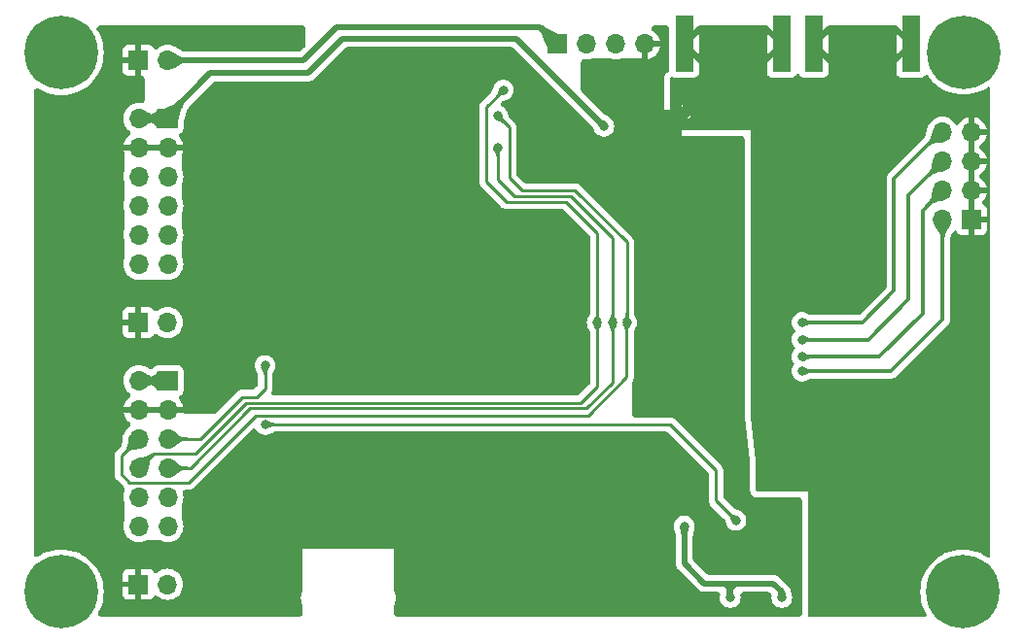
<source format=gbr>
%TF.GenerationSoftware,KiCad,Pcbnew,8.0.2*%
%TF.CreationDate,2024-05-14T11:50:59+07:00*%
%TF.ProjectId,PICO_DAC2932,5049434f-5f44-4414-9332-3933322e6b69,rev?*%
%TF.SameCoordinates,PX7735940PY61c06a0*%
%TF.FileFunction,Copper,L2,Bot*%
%TF.FilePolarity,Positive*%
%FSLAX46Y46*%
G04 Gerber Fmt 4.6, Leading zero omitted, Abs format (unit mm)*
G04 Created by KiCad (PCBNEW 8.0.2) date 2024-05-14 11:50:59*
%MOMM*%
%LPD*%
G01*
G04 APERTURE LIST*
G04 Aperture macros list*
%AMRoundRect*
0 Rectangle with rounded corners*
0 $1 Rounding radius*
0 $2 $3 $4 $5 $6 $7 $8 $9 X,Y pos of 4 corners*
0 Add a 4 corners polygon primitive as box body*
4,1,4,$2,$3,$4,$5,$6,$7,$8,$9,$2,$3,0*
0 Add four circle primitives for the rounded corners*
1,1,$1+$1,$2,$3*
1,1,$1+$1,$4,$5*
1,1,$1+$1,$6,$7*
1,1,$1+$1,$8,$9*
0 Add four rect primitives between the rounded corners*
20,1,$1+$1,$2,$3,$4,$5,0*
20,1,$1+$1,$4,$5,$6,$7,0*
20,1,$1+$1,$6,$7,$8,$9,0*
20,1,$1+$1,$8,$9,$2,$3,0*%
G04 Aperture macros list end*
%TA.AperFunction,ComponentPad*%
%ADD10R,1.700000X1.700000*%
%TD*%
%TA.AperFunction,ComponentPad*%
%ADD11O,1.700000X1.700000*%
%TD*%
%TA.AperFunction,ComponentPad*%
%ADD12C,0.800000*%
%TD*%
%TA.AperFunction,ComponentPad*%
%ADD13C,6.400000*%
%TD*%
%TA.AperFunction,SMDPad,CuDef*%
%ADD14R,1.600000X4.900000*%
%TD*%
%TA.AperFunction,SMDPad,CuDef*%
%ADD15RoundRect,0.381000X-0.381000X-0.381000X0.381000X-0.381000X0.381000X0.381000X-0.381000X0.381000X0*%
%TD*%
%TA.AperFunction,ViaPad*%
%ADD16C,0.800000*%
%TD*%
%TA.AperFunction,Conductor*%
%ADD17C,0.500000*%
%TD*%
%TA.AperFunction,Conductor*%
%ADD18C,0.250000*%
%TD*%
%TA.AperFunction,Conductor*%
%ADD19C,0.300000*%
%TD*%
%TA.AperFunction,Conductor*%
%ADD20C,1.000000*%
%TD*%
G04 APERTURE END LIST*
D10*
%TO.P,J9,1,Pin_1*%
%TO.N,GNDA*%
X82775000Y35950000D03*
D11*
%TO.P,J9,2,Pin_2*%
%TO.N,VOUT1*%
X80235000Y35950000D03*
%TO.P,J9,3,Pin_3*%
%TO.N,GNDA*%
X82775000Y38490000D03*
%TO.P,J9,4,Pin_4*%
%TO.N,VOUT2*%
X80235000Y38490000D03*
%TO.P,J9,5,Pin_5*%
%TO.N,GNDA*%
X82775000Y41030000D03*
%TO.P,J9,6,Pin_6*%
%TO.N,VOUT3*%
X80235000Y41030000D03*
%TO.P,J9,7,Pin_7*%
%TO.N,GNDA*%
X82775000Y43570000D03*
%TO.P,J9,8,Pin_8*%
%TO.N,VOUT4*%
X80235000Y43570000D03*
%TD*%
D12*
%TO.P,REF\u002A\u002A,1*%
%TO.N,N/C*%
X1100000Y3500000D03*
X1802944Y5197056D03*
X1802944Y1802944D03*
X3500000Y5900000D03*
D13*
X3500000Y3500000D03*
D12*
X3500000Y1100000D03*
X5197056Y5197056D03*
X5197056Y1802944D03*
X5900000Y3500000D03*
%TD*%
D14*
%TO.P,J7,2,2*%
%TO.N,GNDA*%
X66250000Y51260000D03*
X57750000Y51260000D03*
%TD*%
D10*
%TO.P,J4,1,Pin_1*%
%TO.N,GNDD*%
X10225000Y49830000D03*
D11*
%TO.P,J4,2,Pin_2*%
%TO.N,+5V*%
X12765000Y49830000D03*
%TD*%
D10*
%TO.P,J3,1,1*%
%TO.N,+3.3V*%
X12790000Y21920000D03*
D11*
%TO.P,J3,2,2*%
X10250000Y21920000D03*
%TO.P,J3,3,3*%
%TO.N,GNDD*%
X12790000Y19380000D03*
%TO.P,J3,4,4*%
X10250000Y19380000D03*
%TO.P,J3,5,5*%
%TO.N,GPIO27_ADC1*%
X12790000Y16840000D03*
%TO.P,J3,6,6*%
%TO.N,DIN*%
X10250000Y16840000D03*
%TO.P,J3,7,7*%
%TO.N,SCLK*%
X12790000Y14300000D03*
%TO.P,J3,8,8*%
%TO.N,SYNC*%
X10250000Y14300000D03*
%TO.P,J3,9,9*%
%TO.N,unconnected-(J3-Pad9)*%
X12790000Y11760000D03*
%TO.P,J3,10,10*%
%TO.N,unconnected-(J3-Pad10)*%
X10250000Y11760000D03*
%TO.P,J3,11,11*%
%TO.N,unconnected-(J3-Pad11)*%
X12790000Y9220000D03*
%TO.P,J3,12,12*%
%TO.N,unconnected-(J3-Pad12)*%
X10250000Y9220000D03*
%TD*%
D12*
%TO.P,REF\u002A\u002A,1*%
%TO.N,N/C*%
X79652944Y50552944D03*
X80355888Y52250000D03*
X80355888Y48855888D03*
X82052944Y52952944D03*
D13*
X82052944Y50552944D03*
D12*
X82052944Y48152944D03*
X83750000Y52250000D03*
X83750000Y48855888D03*
X84452944Y50552944D03*
%TD*%
%TO.P,REF\u002A\u002A,1*%
%TO.N,N/C*%
X1100000Y50500000D03*
X1802944Y52197056D03*
X1802944Y48802944D03*
X3500000Y52900000D03*
D13*
X3500000Y50500000D03*
D12*
X3500000Y48100000D03*
X5197056Y52197056D03*
X5197056Y48802944D03*
X5900000Y50500000D03*
%TD*%
%TO.P,REF\u002A\u002A,1*%
%TO.N,N/C*%
X79600000Y3500000D03*
X80302944Y5197056D03*
X80302944Y1802944D03*
X82000000Y5900000D03*
D13*
X82000000Y3500000D03*
D12*
X82000000Y1100000D03*
X83697056Y5197056D03*
X83697056Y1802944D03*
X84400000Y3500000D03*
%TD*%
D10*
%TO.P,J5,1,1*%
%TO.N,+3.3V*%
X12790000Y44780000D03*
D11*
%TO.P,J5,2,2*%
X10250000Y44780000D03*
%TO.P,J5,3,3*%
%TO.N,GNDD*%
X12790000Y42240000D03*
%TO.P,J5,4,4*%
X10250000Y42240000D03*
%TO.P,J5,5,5*%
%TO.N,GPIO16*%
X12790000Y39700000D03*
%TO.P,J5,6,6*%
%TO.N,GPIO17*%
X10250000Y39700000D03*
%TO.P,J5,7,7*%
%TO.N,GPIO18*%
X12790000Y37160000D03*
%TO.P,J5,8,8*%
%TO.N,GPIO19*%
X10250000Y37160000D03*
%TO.P,J5,9,9*%
%TO.N,GPIO20*%
X12790000Y34620000D03*
%TO.P,J5,10,10*%
%TO.N,GPIO21*%
X10250000Y34620000D03*
%TO.P,J5,11,11*%
%TO.N,GPIO22*%
X12790000Y32080000D03*
%TO.P,J5,12,12*%
%TO.N,GPIO26_ADC0*%
X10250000Y32080000D03*
%TD*%
D14*
%TO.P,J8,2,2*%
%TO.N,GNDA*%
X77500000Y51260000D03*
X69000000Y51260000D03*
%TD*%
D10*
%TO.P,J6,1,Pin_1*%
%TO.N,GNDD*%
X10225000Y4170000D03*
D11*
%TO.P,J6,2,Pin_2*%
%TO.N,+5V*%
X12765000Y4170000D03*
%TD*%
D10*
%TO.P,J1,1,Pin_1*%
%TO.N,+5V*%
X46700000Y51250000D03*
D11*
%TO.P,J1,2,Pin_2*%
%TO.N,SWCLK*%
X49240000Y51250000D03*
%TO.P,J1,3,Pin_3*%
%TO.N,SWDIO*%
X51780000Y51250000D03*
%TO.P,J1,4,Pin_4*%
%TO.N,GNDD*%
X54320000Y51250000D03*
%TD*%
D10*
%TO.P,J2,1,Pin_1*%
%TO.N,GNDD*%
X10225000Y27000000D03*
D11*
%TO.P,J2,2,Pin_2*%
%TO.N,+5V*%
X12765000Y27000000D03*
%TD*%
D15*
%TO.P,JO1,1*%
%TO.N,GNDD*%
X56000000Y43750000D03*
%TO.P,JO1,2*%
%TO.N,GNDA*%
X56250000Y43750000D03*
%TD*%
D16*
%TO.N,GNDD*%
X67500000Y2000000D03*
X51750000Y2000000D03*
X53000000Y3250000D03*
%TO.N,+3.3V*%
X50750000Y44075000D03*
%TO.N,+3.3VD*%
X57750000Y9250000D03*
X61750000Y3000000D03*
X66250000Y3000000D03*
%TO.N,STBY*%
X62250000Y9750000D03*
X21275000Y18100000D03*
%TO.N,VOUT1*%
X68000000Y22750000D03*
%TO.N,VOUT4*%
X68000000Y27000000D03*
%TO.N,DIN*%
X41500000Y45000000D03*
X52750000Y27000000D03*
%TO.N,VOUT2*%
X68000000Y24000000D03*
%TO.N,SCLK*%
X41500000Y42250000D03*
X51525000Y26975000D03*
%TO.N,SYNC*%
X50175000Y26975000D03*
X42000000Y47250000D03*
%TO.N,VOUT3*%
X68000000Y25500000D03*
%TO.N,GPIO27_ADC1*%
X21250000Y23250000D03*
%TO.N,GNDD*%
X43750000Y48250000D03*
X31000000Y25500000D03*
X60500000Y17250000D03*
X1750000Y45750000D03*
X62725000Y15350000D03*
X21250000Y33500000D03*
X22000000Y51500000D03*
X1750000Y35250000D03*
X21750000Y38000000D03*
X1750000Y7750000D03*
X62500000Y34000000D03*
X26250000Y25500000D03*
X29000000Y8250000D03*
X35000000Y16750000D03*
X34000000Y2000000D03*
X21750000Y46000000D03*
X26250000Y46000000D03*
X60500000Y18500000D03*
X35250000Y46000000D03*
X35000000Y12500000D03*
X35250000Y33500000D03*
X55250000Y48000000D03*
X35250000Y38000000D03*
X52250000Y36500000D03*
X21250000Y8000000D03*
X51750000Y42500000D03*
X24000000Y51500000D03*
X35500000Y21500000D03*
X22000000Y12500000D03*
X1750000Y22500000D03*
X1750000Y17250000D03*
X48250000Y44500000D03*
X43750000Y44500000D03*
X31000000Y38000000D03*
X26250000Y21500000D03*
X31000000Y42250000D03*
X31000000Y46000000D03*
X62500000Y39000000D03*
X21750000Y42250000D03*
X35250000Y25500000D03*
X60500000Y19750000D03*
X43750000Y40250000D03*
X59500000Y2750000D03*
X1750000Y40500000D03*
X23000000Y21750000D03*
X62500000Y36500000D03*
X29000000Y12500000D03*
X1750000Y28750000D03*
X35250000Y42250000D03*
X31000000Y33500000D03*
X26250000Y38000000D03*
X31000000Y29500000D03*
X21250000Y29500000D03*
X31000000Y21500000D03*
X21500000Y25250000D03*
X1750000Y12250000D03*
X29000000Y17000000D03*
X57250000Y2750000D03*
X22750000Y2000000D03*
X35750000Y8000000D03*
X35250000Y29500000D03*
X26250000Y42250000D03*
X26250000Y33500000D03*
X28500000Y49250000D03*
X22250000Y17000000D03*
X52250000Y39000000D03*
X49250000Y48000000D03*
X26250000Y29500000D03*
X64000000Y2750000D03*
X62500000Y31500000D03*
%TO.N,GNDA*%
X64500000Y20000000D03*
X74250000Y34500000D03*
X74250000Y32250000D03*
X71500000Y34500000D03*
X57000000Y47750000D03*
X71500000Y32250000D03*
X71750000Y18000000D03*
X71500000Y30000000D03*
X75500000Y50750000D03*
X59500000Y52250000D03*
X72750000Y2000000D03*
X69000000Y29500000D03*
X83750000Y33250000D03*
X64500000Y15500000D03*
X74250000Y37250000D03*
X83750000Y21500000D03*
X81500000Y29500000D03*
X76250000Y12000000D03*
X76250000Y14250000D03*
X68750000Y47750000D03*
X76750000Y42250000D03*
X71500000Y39750000D03*
X64250000Y50250000D03*
X69250000Y10750000D03*
X68000000Y44250000D03*
X73250000Y19500000D03*
X71500000Y37250000D03*
X69000000Y2750000D03*
X80500000Y21500000D03*
X74250000Y21500000D03*
X75500000Y49000000D03*
X69000000Y17325000D03*
X74250000Y39750000D03*
X80500000Y17250000D03*
X80000000Y46000000D03*
X74250000Y16500000D03*
X75500000Y52250000D03*
X74000000Y42250000D03*
X69000000Y34250000D03*
X78000000Y47500000D03*
X83750000Y25750000D03*
X76000000Y9000000D03*
X80750000Y25750000D03*
X83750000Y29500000D03*
X69000000Y36750000D03*
X74250000Y30000000D03*
X65000000Y47750000D03*
X70750000Y52250000D03*
X59000000Y46500000D03*
X75750000Y44500000D03*
X69000000Y32000000D03*
X76750000Y21500000D03*
X71750000Y44250000D03*
X67250000Y13250000D03*
X80500000Y13500000D03*
X65000000Y45000000D03*
X71000000Y9000000D03*
X76500000Y46500000D03*
X69000000Y41500000D03*
X70750000Y50250000D03*
X69000000Y39000000D03*
X83750000Y9000000D03*
X83750000Y13500000D03*
X70250000Y28250000D03*
X70000000Y42500000D03*
X64250000Y52250000D03*
X76000000Y18500000D03*
X80500000Y9000000D03*
X81500000Y33250000D03*
X70750000Y2750000D03*
X73000000Y48750000D03*
X83750000Y46000000D03*
X62250000Y48250000D03*
X66750000Y47750000D03*
X65575000Y15375000D03*
X77500000Y2000000D03*
X83750000Y17250000D03*
X59500000Y48250000D03*
X71500000Y21500000D03*
X59500000Y50250000D03*
%TD*%
D17*
%TO.N,+5V*%
X45200000Y52750000D02*
X27500000Y52750000D01*
X27500000Y52750000D02*
X24580000Y49830000D01*
X24580000Y49830000D02*
X12765000Y49830000D01*
X46700000Y51250000D02*
X45200000Y52750000D01*
%TO.N,+3.3V*%
X12790000Y45040000D02*
X12790000Y44780000D01*
X25000000Y48750000D02*
X16500000Y48750000D01*
X16500000Y48750000D02*
X12790000Y45040000D01*
X43125000Y51750000D02*
X28000000Y51750000D01*
X50750000Y44075000D02*
X50750000Y44125000D01*
X50750000Y44125000D02*
X43125000Y51750000D01*
X28000000Y51750000D02*
X25000000Y48750000D01*
X10250000Y21920000D02*
X12790000Y21920000D01*
X10250000Y44780000D02*
X12790000Y44780000D01*
%TO.N,+3.3VD*%
X57750000Y6000000D02*
X59500000Y4250000D01*
X61750000Y3750000D02*
X61750000Y4250000D01*
X66250000Y3500000D02*
X65500000Y4250000D01*
X59500000Y4250000D02*
X61250000Y4250000D01*
X66250000Y3000000D02*
X66250000Y3500000D01*
X61750000Y4250000D02*
X61250000Y4250000D01*
X61750000Y3750000D02*
X61250000Y4250000D01*
X65500000Y4250000D02*
X62250000Y4250000D01*
X57750000Y9250000D02*
X57750000Y6000000D01*
X62250000Y4250000D02*
X61750000Y4250000D01*
X61750000Y3000000D02*
X61750000Y3750000D01*
X61750000Y3750000D02*
X62250000Y4250000D01*
D18*
%TO.N,STBY*%
X60500000Y14100000D02*
X56500000Y18100000D01*
X62250000Y9750000D02*
X60500000Y11500000D01*
X56500000Y18100000D02*
X21275000Y18100000D01*
X60500000Y11500000D02*
X60500000Y14100000D01*
D19*
%TO.N,VOUT1*%
X68000000Y22750000D02*
X75750000Y22750000D01*
X75750000Y22750000D02*
X80250000Y27250000D01*
X80250000Y35935000D02*
X80235000Y35950000D01*
X80250000Y27250000D02*
X80250000Y35935000D01*
%TO.N,VOUT4*%
X76000000Y39500000D02*
X80070000Y43570000D01*
X68000000Y27000000D02*
X73250000Y27000000D01*
X73250000Y27000000D02*
X76000000Y29750000D01*
X76000000Y29750000D02*
X76000000Y39500000D01*
X80070000Y43570000D02*
X80235000Y43570000D01*
D18*
%TO.N,DIN*%
X8775000Y13750000D02*
X8775000Y15365000D01*
X43625000Y38500000D02*
X48237500Y38500000D01*
X52750000Y27000000D02*
X52725000Y26975000D01*
X52725000Y26975000D02*
X52725000Y22225000D01*
X20450000Y18900000D02*
X14600000Y13050000D01*
X42500000Y39625000D02*
X43625000Y38500000D01*
X49400000Y18900000D02*
X20450000Y18900000D01*
X52725000Y22225000D02*
X49400000Y18900000D01*
X48237500Y38500000D02*
X52750000Y33987500D01*
X52750000Y33987500D02*
X52750000Y27000000D01*
X8775000Y15365000D02*
X10250000Y16840000D01*
X41500000Y45000000D02*
X42500000Y44000000D01*
X9475000Y13050000D02*
X8775000Y13750000D01*
X42500000Y44000000D02*
X42500000Y39625000D01*
X14600000Y13050000D02*
X9475000Y13050000D01*
D19*
%TO.N,VOUT2*%
X78500000Y27750000D02*
X78500000Y36755000D01*
X68000000Y24000000D02*
X74750000Y24000000D01*
X78500000Y36755000D02*
X80235000Y38490000D01*
X74750000Y24000000D02*
X78500000Y27750000D01*
D18*
%TO.N,SCLK*%
X51525000Y34325000D02*
X51525000Y26975000D01*
X47850000Y38000000D02*
X51525000Y34325000D01*
X41500000Y42250000D02*
X41500000Y39425000D01*
X51525000Y21775000D02*
X49250000Y19500000D01*
X49250000Y19500000D02*
X19975000Y19500000D01*
X14775000Y14300000D02*
X12790000Y14300000D01*
X41500000Y39425000D02*
X42925000Y38000000D01*
X19975000Y19500000D02*
X14775000Y14300000D01*
X51525000Y26975000D02*
X51525000Y21775000D01*
X42925000Y38000000D02*
X47850000Y38000000D01*
%TO.N,SYNC*%
X40500000Y39300000D02*
X42300000Y37500000D01*
X50175000Y34768750D02*
X50175000Y26975000D01*
X42000000Y47250000D02*
X40500000Y45750000D01*
X15187500Y15575000D02*
X11525000Y15575000D01*
X19612500Y20000000D02*
X15187500Y15575000D01*
X48750000Y20000000D02*
X19612500Y20000000D01*
X50175000Y26975000D02*
X50175000Y21425000D01*
X11525000Y15575000D02*
X10250000Y14300000D01*
X42300000Y37500000D02*
X47443750Y37500000D01*
X40500000Y45750000D02*
X40500000Y39300000D01*
X47443750Y37500000D02*
X50175000Y34768750D01*
X50175000Y21425000D02*
X48750000Y20000000D01*
D19*
%TO.N,VOUT3*%
X68000000Y25500000D02*
X73750000Y25500000D01*
X73750000Y25500000D02*
X77250000Y29000000D01*
X77250000Y38045000D02*
X80235000Y41030000D01*
X77250000Y29000000D02*
X77250000Y38045000D01*
D18*
%TO.N,GPIO27_ADC1*%
X20500000Y20500000D02*
X21250000Y21250000D01*
X21250000Y21250000D02*
X21250000Y23250000D01*
X12790000Y16840000D02*
X15590000Y16840000D01*
X15590000Y16840000D02*
X19250000Y20500000D01*
X19250000Y20500000D02*
X20500000Y20500000D01*
D20*
%TO.N,GNDD*%
X54750000Y45000000D02*
X54750000Y42500000D01*
X54750000Y45000000D02*
X57250000Y45000000D01*
X56000000Y43750000D02*
X53500000Y43750000D01*
X55000000Y42750000D02*
X57500000Y42750000D01*
X55500000Y45000000D02*
X55500000Y42500000D01*
X57000000Y41750000D02*
X57000000Y44250000D01*
%TO.N,GNDA*%
X57000000Y44375000D02*
X57000000Y46125000D01*
X58875000Y44250000D02*
X57125000Y44250000D01*
X56250000Y43750000D02*
X58000000Y45500000D01*
%TD*%
%TA.AperFunction,Conductor*%
%TO.N,GNDA*%
G36*
X83025000Y36383012D02*
G01*
X82967993Y36415925D01*
X82840826Y36450000D01*
X82709174Y36450000D01*
X82582007Y36415925D01*
X82525000Y36383012D01*
X82525000Y38056988D01*
X82582007Y38024075D01*
X82709174Y37990000D01*
X82840826Y37990000D01*
X82967993Y38024075D01*
X83025000Y38056988D01*
X83025000Y36383012D01*
G37*
%TD.AperFunction*%
%TA.AperFunction,Conductor*%
G36*
X83025000Y38923012D02*
G01*
X82967993Y38955925D01*
X82840826Y38990000D01*
X82709174Y38990000D01*
X82582007Y38955925D01*
X82525000Y38923012D01*
X82525000Y40596988D01*
X82582007Y40564075D01*
X82709174Y40530000D01*
X82840826Y40530000D01*
X82967993Y40564075D01*
X83025000Y40596988D01*
X83025000Y38923012D01*
G37*
%TD.AperFunction*%
%TA.AperFunction,Conductor*%
G36*
X83025000Y41463012D02*
G01*
X82967993Y41495925D01*
X82840826Y41530000D01*
X82709174Y41530000D01*
X82582007Y41495925D01*
X82525000Y41463012D01*
X82525000Y43136988D01*
X82582007Y43104075D01*
X82709174Y43070000D01*
X82840826Y43070000D01*
X82967993Y43104075D01*
X83025000Y43136988D01*
X83025000Y41463012D01*
G37*
%TD.AperFunction*%
%TA.AperFunction,Conductor*%
G36*
X65004730Y52854815D02*
G01*
X65025372Y52838181D01*
X66515872Y51347681D01*
X66549357Y51286358D01*
X66544373Y51216666D01*
X66515872Y51172319D01*
X64950000Y49606448D01*
X64950000Y48762156D01*
X64956401Y48702628D01*
X64956403Y48702621D01*
X65006645Y48567914D01*
X65006649Y48567907D01*
X65092809Y48452813D01*
X65092812Y48452810D01*
X65207906Y48366650D01*
X65207913Y48366646D01*
X65342620Y48316404D01*
X65342627Y48316402D01*
X65402155Y48310001D01*
X65402172Y48310000D01*
X67097828Y48310000D01*
X67097844Y48310001D01*
X67157372Y48316402D01*
X67157379Y48316404D01*
X67292086Y48366646D01*
X67292093Y48366650D01*
X67407187Y48452810D01*
X67407190Y48452813D01*
X67493350Y48567907D01*
X67493354Y48567914D01*
X67508818Y48609374D01*
X67550689Y48665308D01*
X67616153Y48689725D01*
X67684426Y48674874D01*
X67733832Y48625469D01*
X67741182Y48609374D01*
X67756645Y48567914D01*
X67756649Y48567907D01*
X67842809Y48452813D01*
X67842812Y48452810D01*
X67957906Y48366650D01*
X67957913Y48366646D01*
X68092620Y48316404D01*
X68092627Y48316402D01*
X68152155Y48310001D01*
X68152172Y48310000D01*
X69847828Y48310000D01*
X69847844Y48310001D01*
X69907372Y48316402D01*
X69907379Y48316404D01*
X70042086Y48366646D01*
X70042093Y48366650D01*
X70157187Y48452810D01*
X70157190Y48452813D01*
X70243350Y48567907D01*
X70243354Y48567914D01*
X70293596Y48702621D01*
X70293598Y48702628D01*
X70299999Y48762156D01*
X70300000Y48762173D01*
X70300000Y49606447D01*
X68734128Y51172319D01*
X68700643Y51233642D01*
X68702528Y51260001D01*
X69353553Y51260001D01*
X69353553Y51260000D01*
X70299999Y50313553D01*
X76200000Y50313553D01*
X77146447Y51260000D01*
X77146447Y51260001D01*
X76200000Y52206448D01*
X76200000Y50313553D01*
X70299999Y50313553D01*
X70300000Y50313554D01*
X70300000Y52206447D01*
X70299999Y52206448D01*
X69353553Y51260001D01*
X68702528Y51260001D01*
X68705627Y51303334D01*
X68734128Y51347681D01*
X70224628Y52838181D01*
X70285951Y52871666D01*
X70312309Y52874500D01*
X76187691Y52874500D01*
X76254730Y52854815D01*
X76275372Y52838181D01*
X77765872Y51347681D01*
X77799357Y51286358D01*
X77794373Y51216666D01*
X77765872Y51172319D01*
X76200000Y49606448D01*
X76200000Y48762156D01*
X76206401Y48702628D01*
X76206403Y48702621D01*
X76256645Y48567914D01*
X76256649Y48567907D01*
X76342809Y48452813D01*
X76342812Y48452810D01*
X76457906Y48366650D01*
X76457913Y48366646D01*
X76592620Y48316404D01*
X76592627Y48316402D01*
X76652155Y48310001D01*
X76652172Y48310000D01*
X78347828Y48310000D01*
X78347844Y48310001D01*
X78407372Y48316402D01*
X78407379Y48316404D01*
X78542086Y48366646D01*
X78542093Y48366650D01*
X78657186Y48452809D01*
X78736650Y48558959D01*
X78792584Y48600830D01*
X78862275Y48605814D01*
X78923598Y48572329D01*
X78939912Y48552184D01*
X79055069Y48374858D01*
X79281295Y48095493D01*
X79299163Y48073428D01*
X79573428Y47799163D01*
X79573432Y47799160D01*
X79874861Y47555067D01*
X80002915Y47471908D01*
X80200155Y47343819D01*
X80545750Y47167730D01*
X80907857Y47028730D01*
X81282511Y46928342D01*
X81665606Y46867666D01*
X82031520Y46848489D01*
X82052943Y46847366D01*
X82052944Y46847366D01*
X82052945Y46847366D01*
X82073245Y46848430D01*
X82440282Y46867666D01*
X82823377Y46928342D01*
X83198031Y47028730D01*
X83560138Y47167730D01*
X83905733Y47343819D01*
X84102973Y47471908D01*
X84182965Y47523855D01*
X84249910Y47543859D01*
X84317042Y47524493D01*
X84363048Y47471908D01*
X84374500Y47419860D01*
X84374500Y6598536D01*
X84354815Y6531497D01*
X84302011Y6485742D01*
X84232853Y6475798D01*
X84181221Y6496746D01*
X84180807Y6496108D01*
X83852793Y6709123D01*
X83507197Y6885213D01*
X83145094Y7024212D01*
X83145087Y7024214D01*
X82770433Y7124602D01*
X82770429Y7124603D01*
X82770428Y7124603D01*
X82387339Y7185278D01*
X82000001Y7205578D01*
X81999999Y7205578D01*
X81612660Y7185278D01*
X81229572Y7124603D01*
X81229570Y7124603D01*
X80854905Y7024212D01*
X80492802Y6885213D01*
X80147206Y6709123D01*
X79821917Y6497878D01*
X79520488Y6253785D01*
X79520480Y6253778D01*
X79246222Y5979520D01*
X79246215Y5979512D01*
X79002122Y5678083D01*
X78790877Y5352794D01*
X78614787Y5007198D01*
X78475788Y4645095D01*
X78375397Y4270430D01*
X78375397Y4270428D01*
X78314722Y3887340D01*
X78294422Y3500001D01*
X78294422Y3500000D01*
X78314722Y3112661D01*
X78375397Y2729573D01*
X78375397Y2729571D01*
X78475788Y2354906D01*
X78614787Y1992803D01*
X78790877Y1647207D01*
X78842941Y1567035D01*
X78862945Y1500090D01*
X78843579Y1432958D01*
X78790994Y1386952D01*
X78738946Y1375500D01*
X68624000Y1375500D01*
X68556961Y1395185D01*
X68511206Y1447989D01*
X68500000Y1499500D01*
X68500000Y12250000D01*
X64124000Y12250000D01*
X64056961Y12269685D01*
X64011206Y12322489D01*
X64000000Y12374000D01*
X64000000Y15000006D01*
X63501088Y18741841D01*
X63500000Y18758229D01*
X63500000Y27000000D01*
X67094540Y27000000D01*
X67114326Y26811744D01*
X67114327Y26811741D01*
X67172818Y26631723D01*
X67172821Y26631716D01*
X67267466Y26467785D01*
X67388851Y26332972D01*
X67419081Y26269980D01*
X67410455Y26200645D01*
X67388851Y26167028D01*
X67267466Y26032216D01*
X67172821Y25868285D01*
X67172818Y25868278D01*
X67114327Y25688260D01*
X67114326Y25688256D01*
X67094540Y25500000D01*
X67114326Y25311744D01*
X67114327Y25311741D01*
X67172818Y25131723D01*
X67172821Y25131716D01*
X67267466Y24967785D01*
X67388851Y24832972D01*
X67419081Y24769980D01*
X67410455Y24700645D01*
X67388851Y24667028D01*
X67267466Y24532216D01*
X67172821Y24368285D01*
X67172818Y24368278D01*
X67114327Y24188260D01*
X67114326Y24188256D01*
X67094540Y24000000D01*
X67114326Y23811744D01*
X67114327Y23811741D01*
X67172818Y23631723D01*
X67172821Y23631716D01*
X67267467Y23467784D01*
X67273096Y23461533D01*
X67276304Y23457969D01*
X67306531Y23394977D01*
X67297904Y23325642D01*
X67276304Y23292031D01*
X67267466Y23282215D01*
X67172821Y23118285D01*
X67172818Y23118278D01*
X67114327Y22938260D01*
X67114326Y22938256D01*
X67094540Y22750000D01*
X67114326Y22561744D01*
X67114327Y22561741D01*
X67172818Y22381723D01*
X67172821Y22381716D01*
X67267467Y22217784D01*
X67373971Y22099500D01*
X67394129Y22077112D01*
X67547265Y21965852D01*
X67547270Y21965849D01*
X67720192Y21888858D01*
X67720197Y21888856D01*
X67905354Y21849500D01*
X67905355Y21849500D01*
X68094644Y21849500D01*
X68094646Y21849500D01*
X68279803Y21888856D01*
X68336619Y21914154D01*
X68350880Y21919478D01*
X68372827Y21926167D01*
X68378827Y21927995D01*
X68378828Y21927996D01*
X68378833Y21927997D01*
X68523088Y21995672D01*
X68537871Y22002904D01*
X68538556Y22003253D01*
X68553372Y22011113D01*
X68646644Y22062602D01*
X68653171Y22065954D01*
X68676258Y22076957D01*
X68722033Y22088789D01*
X68819872Y22094772D01*
X68858369Y22098609D01*
X68858373Y22098611D01*
X68861170Y22098889D01*
X68873469Y22099500D01*
X75814071Y22099500D01*
X75898615Y22116318D01*
X75939744Y22124499D01*
X76058127Y22173535D01*
X76070656Y22181907D01*
X76079028Y22187500D01*
X76135992Y22225563D01*
X76164669Y22244723D01*
X80755277Y26835331D01*
X80826465Y26941873D01*
X80875501Y27060256D01*
X80892513Y27145781D01*
X80900500Y27185931D01*
X80900500Y34183436D01*
X80903541Y34208295D01*
X80903246Y34208346D01*
X80904002Y34212702D01*
X80904002Y34212706D01*
X80904005Y34212716D01*
X80930729Y34477347D01*
X80939198Y34511497D01*
X80975448Y34600828D01*
X80989692Y34626618D01*
X81086420Y34761028D01*
X81086964Y34761776D01*
X81100769Y34780635D01*
X81236319Y34965815D01*
X81291798Y35008280D01*
X81361433Y35014012D01*
X81423111Y34981186D01*
X81452557Y34935904D01*
X81481646Y34857912D01*
X81481649Y34857907D01*
X81567809Y34742813D01*
X81567812Y34742810D01*
X81682906Y34656650D01*
X81682913Y34656646D01*
X81817620Y34606404D01*
X81817627Y34606402D01*
X81877155Y34600001D01*
X81877172Y34600000D01*
X82525000Y34600000D01*
X82525000Y35516988D01*
X82582007Y35484075D01*
X82709174Y35450000D01*
X82840826Y35450000D01*
X82967993Y35484075D01*
X83025000Y35516988D01*
X83025000Y34600000D01*
X83672828Y34600000D01*
X83672844Y34600001D01*
X83732372Y34606402D01*
X83732379Y34606404D01*
X83867086Y34656646D01*
X83867093Y34656650D01*
X83982187Y34742810D01*
X83982190Y34742813D01*
X84068350Y34857907D01*
X84068354Y34857914D01*
X84118596Y34992621D01*
X84118598Y34992628D01*
X84124999Y35052156D01*
X84125000Y35052173D01*
X84125000Y35700000D01*
X83208012Y35700000D01*
X83240925Y35757007D01*
X83275000Y35884174D01*
X83275000Y36015826D01*
X83240925Y36142993D01*
X83208012Y36200000D01*
X84125000Y36200000D01*
X84125000Y36847828D01*
X84124999Y36847845D01*
X84118598Y36907373D01*
X84118596Y36907380D01*
X84068354Y37042087D01*
X84068350Y37042094D01*
X83982190Y37157188D01*
X83982187Y37157191D01*
X83867093Y37243351D01*
X83867086Y37243355D01*
X83735013Y37292615D01*
X83679079Y37334486D01*
X83654662Y37399951D01*
X83669514Y37468224D01*
X83690665Y37496479D01*
X83813108Y37618922D01*
X83948600Y37812422D01*
X84048429Y38026508D01*
X84048432Y38026514D01*
X84105636Y38240000D01*
X83208012Y38240000D01*
X83240925Y38297007D01*
X83275000Y38424174D01*
X83275000Y38555826D01*
X83240925Y38682993D01*
X83208012Y38740000D01*
X84105636Y38740000D01*
X84105635Y38740001D01*
X84048432Y38953487D01*
X84048429Y38953493D01*
X83948600Y39167578D01*
X83948599Y39167580D01*
X83813113Y39361074D01*
X83813108Y39361080D01*
X83646082Y39528106D01*
X83459968Y39658425D01*
X83416344Y39713002D01*
X83409151Y39782501D01*
X83440673Y39844855D01*
X83459968Y39861575D01*
X83646082Y39991895D01*
X83813105Y40158918D01*
X83948600Y40352422D01*
X84048429Y40566508D01*
X84048432Y40566514D01*
X84105636Y40780000D01*
X83208012Y40780000D01*
X83240925Y40837007D01*
X83275000Y40964174D01*
X83275000Y41095826D01*
X83240925Y41222993D01*
X83208012Y41280000D01*
X84105636Y41280000D01*
X84105635Y41280001D01*
X84048432Y41493487D01*
X84048429Y41493493D01*
X83948600Y41707578D01*
X83948599Y41707580D01*
X83813113Y41901074D01*
X83813108Y41901080D01*
X83646082Y42068106D01*
X83459968Y42198425D01*
X83416344Y42253002D01*
X83409151Y42322501D01*
X83440673Y42384855D01*
X83459968Y42401575D01*
X83646082Y42531895D01*
X83813105Y42698918D01*
X83948600Y42892422D01*
X84048429Y43106508D01*
X84048432Y43106514D01*
X84105636Y43320000D01*
X83208012Y43320000D01*
X83240925Y43377007D01*
X83275000Y43504174D01*
X83275000Y43635826D01*
X83240925Y43762993D01*
X83208012Y43820000D01*
X84105636Y43820000D01*
X84105635Y43820001D01*
X84048432Y44033487D01*
X84048429Y44033493D01*
X83948600Y44247578D01*
X83948599Y44247580D01*
X83813113Y44441074D01*
X83813108Y44441080D01*
X83646082Y44608106D01*
X83452578Y44743601D01*
X83238492Y44843430D01*
X83238486Y44843433D01*
X83025000Y44900636D01*
X83025000Y44003012D01*
X82967993Y44035925D01*
X82840826Y44070000D01*
X82709174Y44070000D01*
X82582007Y44035925D01*
X82525000Y44003012D01*
X82525000Y44900636D01*
X82524999Y44900636D01*
X82311513Y44843433D01*
X82311507Y44843430D01*
X82097422Y44743601D01*
X82097420Y44743600D01*
X81903926Y44608114D01*
X81903920Y44608109D01*
X81736891Y44441080D01*
X81736890Y44441078D01*
X81606880Y44255405D01*
X81552303Y44211781D01*
X81482804Y44204588D01*
X81420450Y44236110D01*
X81403730Y44255406D01*
X81273494Y44441403D01*
X81106402Y44608494D01*
X81106395Y44608499D01*
X80912834Y44744033D01*
X80912830Y44744035D01*
X80898966Y44750500D01*
X80698663Y44843903D01*
X80698659Y44843904D01*
X80698655Y44843906D01*
X80470413Y44905062D01*
X80470403Y44905064D01*
X80235001Y44925659D01*
X80234999Y44925659D01*
X79999596Y44905064D01*
X79999586Y44905062D01*
X79771344Y44843906D01*
X79771335Y44843902D01*
X79557171Y44744036D01*
X79557169Y44744035D01*
X79363597Y44608495D01*
X79196505Y44441403D01*
X79060965Y44247831D01*
X79060964Y44247829D01*
X78969239Y44051126D01*
X78967613Y44047800D01*
X78965977Y44044130D01*
X78961096Y44033662D01*
X78956316Y44015823D01*
X78953825Y44007664D01*
X78853300Y43714796D01*
X78845656Y43690560D01*
X78845339Y43689461D01*
X78838815Y43664415D01*
X78780608Y43414972D01*
X78779435Y43410348D01*
X78739869Y43266108D01*
X78730121Y43241357D01*
X78677312Y43140575D01*
X78661646Y43117455D01*
X78488447Y42915283D01*
X78488448Y42915282D01*
X78483909Y42909985D01*
X78463879Y42884912D01*
X78454681Y42874629D01*
X75494724Y39914672D01*
X75455498Y39855966D01*
X75455499Y39855965D01*
X75423534Y39808126D01*
X75374499Y39689745D01*
X75374497Y39689739D01*
X75349500Y39564072D01*
X75349500Y30070808D01*
X75329815Y30003769D01*
X75313181Y29983127D01*
X73016873Y27686819D01*
X72955550Y27653334D01*
X72929192Y27650500D01*
X68855432Y27650500D01*
X68830328Y27653068D01*
X68819879Y27655229D01*
X68722034Y27661215D01*
X68676259Y27673047D01*
X68653168Y27684052D01*
X68646590Y27687431D01*
X68553362Y27738894D01*
X68538560Y27746748D01*
X68537915Y27747076D01*
X68537894Y27747087D01*
X68537871Y27747098D01*
X68523087Y27754330D01*
X68517471Y27756965D01*
X68483244Y27773022D01*
X68483242Y27773023D01*
X68378807Y27822016D01*
X68368659Y27826642D01*
X68368223Y27826835D01*
X68306968Y27849351D01*
X68299321Y27852455D01*
X68279804Y27861144D01*
X68279800Y27861145D01*
X68163102Y27885950D01*
X68094646Y27900500D01*
X67905354Y27900500D01*
X67872897Y27893602D01*
X67720197Y27861145D01*
X67720192Y27861143D01*
X67547270Y27784152D01*
X67547265Y27784149D01*
X67394129Y27672889D01*
X67267466Y27532215D01*
X67172821Y27368285D01*
X67172818Y27368278D01*
X67114327Y27188260D01*
X67114326Y27188256D01*
X67094540Y27000000D01*
X63500000Y27000000D01*
X63500000Y43750000D01*
X58124500Y43750000D01*
X58057461Y43769685D01*
X58011706Y43822489D01*
X58000500Y43874000D01*
X58000500Y44285390D01*
X58020185Y44352429D01*
X58025228Y44359359D01*
X58027136Y44362216D01*
X58027139Y44362218D01*
X58136632Y44526086D01*
X58212051Y44708165D01*
X58239052Y44843906D01*
X58250500Y44901457D01*
X58250500Y45098544D01*
X58212052Y45291830D01*
X58212051Y45291831D01*
X58212051Y45291835D01*
X58212049Y45291840D01*
X58136635Y45473908D01*
X58136628Y45473921D01*
X58027139Y45637782D01*
X58027136Y45637786D01*
X57887785Y45777137D01*
X57887781Y45777140D01*
X57723920Y45886629D01*
X57723907Y45886636D01*
X57541839Y45962050D01*
X57541829Y45962053D01*
X57348543Y46000500D01*
X57348541Y46000500D01*
X56624000Y46000500D01*
X56556961Y46020185D01*
X56511206Y46072989D01*
X56500000Y46124500D01*
X56500000Y48274567D01*
X56519685Y48341606D01*
X56572489Y48387361D01*
X56641647Y48397305D01*
X56698312Y48373833D01*
X56707910Y48366648D01*
X56707913Y48366646D01*
X56842620Y48316404D01*
X56842627Y48316402D01*
X56902155Y48310001D01*
X56902172Y48310000D01*
X58597828Y48310000D01*
X58597844Y48310001D01*
X58657372Y48316402D01*
X58657379Y48316404D01*
X58792086Y48366646D01*
X58792093Y48366650D01*
X58907187Y48452810D01*
X58907190Y48452813D01*
X58993350Y48567907D01*
X58993354Y48567914D01*
X59043596Y48702621D01*
X59043598Y48702628D01*
X59049999Y48762156D01*
X59050000Y48762173D01*
X59050000Y49606447D01*
X57484128Y51172319D01*
X57450643Y51233642D01*
X57452528Y51260001D01*
X58103553Y51260001D01*
X58103553Y51260000D01*
X59049999Y50313553D01*
X64950000Y50313553D01*
X65896447Y51260000D01*
X65896447Y51260001D01*
X64950000Y52206448D01*
X64950000Y50313553D01*
X59049999Y50313553D01*
X59050000Y50313554D01*
X59050000Y52206447D01*
X59049999Y52206448D01*
X58103553Y51260001D01*
X57452528Y51260001D01*
X57455627Y51303334D01*
X57484128Y51347681D01*
X58974628Y52838181D01*
X59035951Y52871666D01*
X59062309Y52874500D01*
X64937691Y52874500D01*
X65004730Y52854815D01*
G37*
%TD.AperFunction*%
%TD*%
%TA.AperFunction,Conductor*%
%TO.N,GNDD*%
G36*
X12324075Y19572993D02*
G01*
X12290000Y19445826D01*
X12290000Y19314174D01*
X12324075Y19187007D01*
X12356988Y19130000D01*
X10683012Y19130000D01*
X10715925Y19187007D01*
X10750000Y19314174D01*
X10750000Y19445826D01*
X10715925Y19572993D01*
X10683012Y19630000D01*
X12356988Y19630000D01*
X12324075Y19572993D01*
G37*
%TD.AperFunction*%
%TA.AperFunction,Conductor*%
G36*
X24596288Y52855546D02*
G01*
X24677070Y52801570D01*
X24731046Y52720788D01*
X24750000Y52625500D01*
X24750000Y51164508D01*
X24731046Y51069220D01*
X24677070Y50988438D01*
X24342062Y50653430D01*
X24261280Y50599454D01*
X24165992Y50580500D01*
X14540820Y50580500D01*
X14503105Y50584700D01*
X14502915Y50583444D01*
X14494126Y50584777D01*
X14231244Y50605595D01*
X14175013Y50616664D01*
X14091060Y50643529D01*
X14041773Y50665435D01*
X13921954Y50735115D01*
X13914318Y50739740D01*
X13694279Y50878490D01*
X13694273Y50878494D01*
X13671185Y50892209D01*
X13671177Y50892214D01*
X13671161Y50892223D01*
X13670122Y50892803D01*
X13646529Y50905181D01*
X13438765Y51007285D01*
X13438758Y51007287D01*
X13324462Y51063457D01*
X13324418Y51063478D01*
X13310073Y51070250D01*
X13310047Y51070262D01*
X13310019Y51070275D01*
X13309407Y51070552D01*
X13273255Y51083996D01*
X13254820Y51091707D01*
X13228665Y51103903D01*
X13000401Y51165065D01*
X12765005Y51185659D01*
X12764995Y51185659D01*
X12529598Y51165065D01*
X12301335Y51103903D01*
X12301333Y51103902D01*
X12087177Y51004039D01*
X12087169Y51004035D01*
X11893592Y50868490D01*
X11889215Y50864817D01*
X11885208Y50862620D01*
X11884694Y50862259D01*
X11884654Y50862316D01*
X11804034Y50818091D01*
X11707456Y50807519D01*
X11614184Y50834710D01*
X11538417Y50895525D01*
X11529681Y50908322D01*
X11529026Y50907831D01*
X11432189Y51037188D01*
X11432187Y51037190D01*
X11317087Y51123354D01*
X11182378Y51173597D01*
X11182371Y51173599D01*
X11122832Y51180000D01*
X10475001Y51180000D01*
X10475000Y51179999D01*
X10475000Y50263012D01*
X10417993Y50295925D01*
X10290826Y50330000D01*
X10159174Y50330000D01*
X10032007Y50295925D01*
X9975000Y50263012D01*
X9975000Y51179999D01*
X9974999Y51180000D01*
X9327167Y51180000D01*
X9267628Y51173599D01*
X9267621Y51173597D01*
X9132912Y51123354D01*
X9017812Y51037190D01*
X9017810Y51037188D01*
X8931646Y50922088D01*
X8881403Y50787379D01*
X8881401Y50787372D01*
X8875000Y50727833D01*
X8875000Y50080001D01*
X8875001Y50080000D01*
X9791988Y50080000D01*
X9759075Y50022993D01*
X9725000Y49895826D01*
X9725000Y49764174D01*
X9759075Y49637007D01*
X9791988Y49580000D01*
X8875001Y49580000D01*
X8875000Y49579999D01*
X8875000Y48932168D01*
X8881401Y48872629D01*
X8881403Y48872622D01*
X8931646Y48737913D01*
X9017810Y48622813D01*
X9017812Y48622811D01*
X9132912Y48536647D01*
X9267621Y48486404D01*
X9267628Y48486402D01*
X9327167Y48480001D01*
X9327175Y48480000D01*
X9974999Y48480000D01*
X9975000Y48480001D01*
X9975000Y49396988D01*
X10032007Y49364075D01*
X10159174Y49330000D01*
X10290826Y49330000D01*
X10417993Y49364075D01*
X10475000Y49396988D01*
X10475000Y48480001D01*
X10475001Y48480000D01*
X10501000Y48480000D01*
X10596288Y48461046D01*
X10677070Y48407070D01*
X10731046Y48326288D01*
X10750000Y48231000D01*
X10750000Y46363651D01*
X10731046Y46268363D01*
X10677070Y46187581D01*
X10596288Y46133605D01*
X10501000Y46114651D01*
X10479299Y46115598D01*
X10342281Y46127586D01*
X10250000Y46135659D01*
X10249998Y46135659D01*
X10249996Y46135659D01*
X10249995Y46135659D01*
X10014598Y46115065D01*
X9786335Y46053903D01*
X9786333Y46053902D01*
X9572177Y45954039D01*
X9572169Y45954035D01*
X9378600Y45818496D01*
X9211504Y45651400D01*
X9075965Y45457831D01*
X9075961Y45457823D01*
X8976098Y45243667D01*
X8976097Y45243665D01*
X8914935Y45015402D01*
X8894341Y44780006D01*
X8894341Y44779995D01*
X8914935Y44544599D01*
X8954019Y44398732D01*
X8976097Y44316337D01*
X9045756Y44166953D01*
X9075965Y44102170D01*
X9147504Y44000001D01*
X9211505Y43908599D01*
X9378599Y43741505D01*
X9418362Y43713662D01*
X9485544Y43643483D01*
X9520757Y43552933D01*
X9518638Y43455802D01*
X9479509Y43366874D01*
X9418364Y43305728D01*
X9378923Y43278111D01*
X9211889Y43111077D01*
X9076400Y42917580D01*
X9076396Y42917572D01*
X8976570Y42703495D01*
X8976566Y42703484D01*
X8919363Y42490002D01*
X8919364Y42490000D01*
X9816988Y42490000D01*
X9784075Y42432993D01*
X9750000Y42305826D01*
X9750000Y42174174D01*
X9784075Y42047007D01*
X9816988Y41990000D01*
X8919364Y41990000D01*
X8976569Y41776508D01*
X8976668Y41776296D01*
X8976712Y41776113D01*
X8980286Y41766296D01*
X8979211Y41765905D01*
X8999763Y41681926D01*
X9000000Y41671059D01*
X9000000Y40270125D01*
X8981046Y40174837D01*
X8976671Y40164895D01*
X8976098Y40163668D01*
X8976097Y40163665D01*
X8914935Y39935402D01*
X8894341Y39700006D01*
X8894341Y39699995D01*
X8914935Y39464599D01*
X8914937Y39464592D01*
X8976097Y39236337D01*
X8976668Y39235111D01*
X8976926Y39234059D01*
X8979814Y39226125D01*
X8978945Y39225809D01*
X8999763Y39140744D01*
X9000000Y39129876D01*
X9000000Y37730125D01*
X8981046Y37634837D01*
X8976671Y37624895D01*
X8976098Y37623668D01*
X8976097Y37623665D01*
X8914935Y37395402D01*
X8894341Y37160006D01*
X8894341Y37159995D01*
X8914935Y36924599D01*
X8914937Y36924592D01*
X8976097Y36696337D01*
X8976668Y36695111D01*
X8976926Y36694059D01*
X8979814Y36686125D01*
X8978945Y36685809D01*
X8999763Y36600744D01*
X9000000Y36589876D01*
X9000000Y35190125D01*
X8981046Y35094837D01*
X8976671Y35084895D01*
X8976098Y35083668D01*
X8976097Y35083665D01*
X8914935Y34855402D01*
X8894341Y34620006D01*
X8894341Y34619995D01*
X8914935Y34384599D01*
X8914937Y34384592D01*
X8976097Y34156337D01*
X8976668Y34155111D01*
X8976926Y34154059D01*
X8979814Y34146125D01*
X8978945Y34145809D01*
X8999763Y34060744D01*
X9000000Y34049876D01*
X9000000Y32650125D01*
X8981046Y32554837D01*
X8976671Y32544895D01*
X8976098Y32543668D01*
X8976097Y32543665D01*
X8914935Y32315402D01*
X8894341Y32080006D01*
X8894341Y32079995D01*
X8914935Y31844599D01*
X8914937Y31844592D01*
X8976097Y31616337D01*
X9075965Y31402170D01*
X9211505Y31208599D01*
X9378599Y31041505D01*
X9572170Y30905965D01*
X9786337Y30806097D01*
X10014592Y30744937D01*
X10014595Y30744937D01*
X10014598Y30744936D01*
X10249995Y30724341D01*
X10250000Y30724341D01*
X10250005Y30724341D01*
X10485401Y30744936D01*
X10485405Y30744937D01*
X10485408Y30744937D01*
X10485410Y30744938D01*
X10492673Y30746218D01*
X10535908Y30750000D01*
X12504092Y30750000D01*
X12547327Y30746218D01*
X12554598Y30744936D01*
X12789995Y30724341D01*
X12790000Y30724341D01*
X12790005Y30724341D01*
X13025401Y30744936D01*
X13025403Y30744937D01*
X13025408Y30744937D01*
X13253663Y30806097D01*
X13467830Y30905965D01*
X13661401Y31041505D01*
X13828495Y31208599D01*
X13964035Y31402170D01*
X14063903Y31616337D01*
X14125063Y31844592D01*
X14145659Y32080000D01*
X14145659Y32080006D01*
X14125064Y32315402D01*
X14125063Y32315405D01*
X14125063Y32315408D01*
X14063903Y32543663D01*
X14045887Y32582297D01*
X14023329Y32630675D01*
X14000237Y32725046D01*
X14000000Y32735906D01*
X14000000Y33964095D01*
X14018954Y34059383D01*
X14023329Y34069327D01*
X14063903Y34156337D01*
X14125063Y34384592D01*
X14125064Y34384599D01*
X14145659Y34619995D01*
X14145659Y34620006D01*
X14125064Y34855402D01*
X14125063Y34855405D01*
X14125063Y34855408D01*
X14063903Y35083663D01*
X14045887Y35122297D01*
X14023329Y35170675D01*
X14000237Y35265046D01*
X14000000Y35275906D01*
X14000000Y36504095D01*
X14018954Y36599383D01*
X14023329Y36609327D01*
X14063903Y36696337D01*
X14125063Y36924592D01*
X14132898Y37014142D01*
X14145659Y37159995D01*
X14145659Y37160006D01*
X14125064Y37395402D01*
X14125063Y37395405D01*
X14125063Y37395408D01*
X14063903Y37623663D01*
X14045887Y37662297D01*
X14023329Y37710675D01*
X14000237Y37805046D01*
X14000000Y37815906D01*
X14000000Y39044095D01*
X14018954Y39139383D01*
X14023329Y39149327D01*
X14063903Y39236337D01*
X14125063Y39464592D01*
X14145659Y39700000D01*
X14145659Y39700006D01*
X14125064Y39935402D01*
X14125063Y39935405D01*
X14125063Y39935408D01*
X14063903Y40163663D01*
X14045887Y40202297D01*
X14023329Y40250675D01*
X14000237Y40345046D01*
X14000000Y40355906D01*
X14000000Y41585279D01*
X14018954Y41680567D01*
X14023329Y41690511D01*
X14063433Y41776515D01*
X14063433Y41776517D01*
X14120636Y41989999D01*
X14120636Y41990000D01*
X13223012Y41990000D01*
X13255925Y42047007D01*
X13290000Y42174174D01*
X13290000Y42305826D01*
X13255925Y42432993D01*
X13223012Y42490000D01*
X14120636Y42490000D01*
X14120636Y42490002D01*
X14063433Y42703484D01*
X14063429Y42703495D01*
X13963603Y42917572D01*
X13963599Y42917580D01*
X13828106Y43111082D01*
X13824704Y43115137D01*
X13822665Y43118853D01*
X13821874Y43119983D01*
X13821997Y43120070D01*
X13777974Y43200315D01*
X13767398Y43296893D01*
X13794585Y43390166D01*
X13855397Y43465936D01*
X13868540Y43474907D01*
X13868073Y43475531D01*
X13882329Y43486204D01*
X13882331Y43486204D01*
X13997546Y43572454D01*
X14083796Y43687669D01*
X14134091Y43822517D01*
X14140500Y43882127D01*
X14140499Y44358196D01*
X14148935Y44422461D01*
X14198577Y44608276D01*
X14210581Y44653208D01*
X14229471Y44723925D01*
X14231157Y44729935D01*
X14328788Y45061457D01*
X14331021Y45068631D01*
X14426575Y45359876D01*
X14429651Y45368686D01*
X14522117Y45618384D01*
X14526426Y45629227D01*
X14570968Y45734026D01*
X14624053Y45812688D01*
X16737937Y47926570D01*
X16818719Y47980546D01*
X16914007Y47999500D01*
X25073919Y47999500D01*
X25073919Y47999501D01*
X25218913Y48028342D01*
X25355495Y48084916D01*
X25355498Y48084919D01*
X25355500Y48084919D01*
X25394751Y48111146D01*
X25429299Y48134230D01*
X25478416Y48167048D01*
X28237937Y50926571D01*
X28318719Y50980546D01*
X28414007Y50999500D01*
X42710992Y50999500D01*
X42806280Y50980546D01*
X42887062Y50926570D01*
X49646680Y44166953D01*
X49673543Y44135171D01*
X49679273Y44127111D01*
X49679277Y44127107D01*
X49679279Y44127104D01*
X49718390Y44086025D01*
X49718394Y44086021D01*
X49741639Y44061607D01*
X49759002Y44043371D01*
X49774851Y44025011D01*
X49788602Y44007418D01*
X49809667Y43975750D01*
X49811186Y43973036D01*
X49823116Y43948714D01*
X49840150Y43908599D01*
X49850810Y43883494D01*
X49852525Y43879352D01*
X49907293Y43743625D01*
X49911952Y43733742D01*
X49921383Y43709944D01*
X49922821Y43706715D01*
X50017464Y43542788D01*
X50017469Y43542781D01*
X50144126Y43402115D01*
X50144129Y43402112D01*
X50258984Y43318665D01*
X50297271Y43290848D01*
X50470189Y43213859D01*
X50470192Y43213858D01*
X50470197Y43213856D01*
X50655354Y43174500D01*
X50844645Y43174500D01*
X50844646Y43174500D01*
X51029803Y43213856D01*
X51104169Y43246966D01*
X51202728Y43290848D01*
X51202728Y43290849D01*
X51202730Y43290849D01*
X51355871Y43402112D01*
X51482533Y43542784D01*
X51577179Y43706716D01*
X51635674Y43886744D01*
X51655460Y44075000D01*
X51635674Y44263256D01*
X51577179Y44443284D01*
X51482533Y44607216D01*
X51355871Y44747888D01*
X51355867Y44747891D01*
X51352496Y44750928D01*
X51341359Y44759875D01*
X51220426Y44867060D01*
X51192770Y44889872D01*
X51191461Y44890876D01*
X51162370Y44911597D01*
X51162366Y44911600D01*
X51045058Y44989061D01*
X51029036Y44999214D01*
X51028284Y44999671D01*
X51027927Y44999879D01*
X51011801Y45009268D01*
X50928609Y45055623D01*
X50912605Y45065347D01*
X50862586Y45098375D01*
X50834631Y45119821D01*
X50734608Y45208474D01*
X50706854Y45231227D01*
X50688650Y45247717D01*
X48822930Y47113438D01*
X48768954Y47194220D01*
X48750000Y47289508D01*
X48750000Y49665476D01*
X48768954Y49760764D01*
X48822930Y49841546D01*
X48903712Y49895522D01*
X48999000Y49914476D01*
X49020690Y49913529D01*
X49155837Y49901705D01*
X49239996Y49894341D01*
X49240000Y49894341D01*
X49240005Y49894341D01*
X49475401Y49914936D01*
X49475403Y49914937D01*
X49475408Y49914937D01*
X49703663Y49976097D01*
X49703930Y49976222D01*
X49704895Y49976671D01*
X49705947Y49976929D01*
X49713875Y49979814D01*
X49714191Y49978946D01*
X49799265Y49999763D01*
X49810125Y50000000D01*
X51209875Y50000000D01*
X51305163Y49981046D01*
X51315105Y49976671D01*
X51316332Y49976099D01*
X51316334Y49976099D01*
X51316337Y49976097D01*
X51544592Y49914937D01*
X51544595Y49914937D01*
X51544598Y49914936D01*
X51779995Y49894341D01*
X51780000Y49894341D01*
X51780005Y49894341D01*
X52015401Y49914936D01*
X52015403Y49914937D01*
X52015408Y49914937D01*
X52243663Y49976097D01*
X52243930Y49976222D01*
X52244895Y49976671D01*
X52245947Y49976929D01*
X52253875Y49979814D01*
X52254191Y49978946D01*
X52339265Y49999763D01*
X52350125Y50000000D01*
X53751059Y50000000D01*
X53846347Y49981046D01*
X53856288Y49976672D01*
X53856505Y49976571D01*
X54070000Y49919366D01*
X54070000Y50816988D01*
X54127007Y50784075D01*
X54254174Y50750000D01*
X54385826Y50750000D01*
X54512993Y50784075D01*
X54570000Y50816988D01*
X54570000Y49919365D01*
X54783488Y49976569D01*
X54997576Y50076400D01*
X55191076Y50211890D01*
X55358110Y50378924D01*
X55493600Y50572424D01*
X55593433Y50786515D01*
X55593433Y50786517D01*
X55650636Y50999999D01*
X55650636Y51000000D01*
X54753012Y51000000D01*
X54785925Y51057007D01*
X54820000Y51184174D01*
X54820000Y51315826D01*
X54785925Y51442993D01*
X54753012Y51500000D01*
X55650636Y51500000D01*
X55650636Y51500002D01*
X55593433Y51713484D01*
X55593429Y51713495D01*
X55493603Y51927572D01*
X55493599Y51927580D01*
X55358110Y52121077D01*
X55191074Y52288113D01*
X55000533Y52421531D01*
X54933349Y52491712D01*
X54898136Y52582262D01*
X54900255Y52679393D01*
X54939384Y52768320D01*
X55009565Y52835504D01*
X55100115Y52870717D01*
X55143353Y52874500D01*
X56200500Y52874500D01*
X56295788Y52855546D01*
X56376570Y52801570D01*
X56430546Y52720788D01*
X56449500Y52625500D01*
X56449500Y49039058D01*
X56430546Y48943770D01*
X56376570Y48862988D01*
X56335120Y48829586D01*
X56241457Y48769394D01*
X56188660Y48723644D01*
X56188646Y48723630D01*
X56094433Y48614905D01*
X56034661Y48484027D01*
X56014977Y48416992D01*
X56014976Y48416983D01*
X55994500Y48274567D01*
X55994500Y48274563D01*
X55994500Y46124500D01*
X55998073Y46091269D01*
X55999500Y46064650D01*
X55999500Y45261000D01*
X55980546Y45165712D01*
X55926570Y45084930D01*
X55845788Y45030954D01*
X55750501Y45012000D01*
X55542404Y45012000D01*
X55542386Y45011999D01*
X55499361Y45009082D01*
X55313397Y44962835D01*
X55141724Y44877693D01*
X55141722Y44877692D01*
X54992369Y44757638D01*
X54992362Y44757631D01*
X54872308Y44608278D01*
X54872307Y44608276D01*
X54787164Y44436602D01*
X54740918Y44250638D01*
X54740916Y44250625D01*
X54738001Y44207634D01*
X54738000Y44207604D01*
X54738000Y44000001D01*
X54738001Y44000000D01*
X54738500Y44000000D01*
X54833788Y43981046D01*
X54914570Y43927070D01*
X54968546Y43846288D01*
X54987500Y43751124D01*
X54987501Y43749124D01*
X54968595Y43653827D01*
X54914659Y43573018D01*
X54833904Y43519002D01*
X54738625Y43500000D01*
X54738002Y43500000D01*
X54738001Y43499999D01*
X54738001Y43292388D01*
X54740918Y43249362D01*
X54787165Y43063398D01*
X54872307Y42891725D01*
X54872308Y42891723D01*
X54992362Y42742370D01*
X54992369Y42742363D01*
X55141722Y42622309D01*
X55141724Y42622308D01*
X55313398Y42537165D01*
X55499362Y42490919D01*
X55499375Y42490917D01*
X55542366Y42488002D01*
X55542396Y42488001D01*
X55776517Y42488001D01*
X55788112Y42487608D01*
X55788114Y42487643D01*
X55792314Y42487502D01*
X55792343Y42487500D01*
X56707656Y42487501D01*
X56750704Y42490419D01*
X56936775Y42536693D01*
X57108547Y42621884D01*
X57257990Y42742010D01*
X57378116Y42891453D01*
X57463307Y43063225D01*
X57463307Y43063229D01*
X57467963Y43075897D01*
X57469579Y43075304D01*
X57504047Y43148494D01*
X57575924Y43213860D01*
X57667345Y43246744D01*
X57704293Y43249500D01*
X58071914Y43249500D01*
X58107347Y43246966D01*
X58124500Y43244500D01*
X62745500Y43244500D01*
X62840788Y43225546D01*
X62921570Y43171570D01*
X62975546Y43090788D01*
X62994500Y42995500D01*
X62994500Y18758216D01*
X62995608Y18724758D01*
X62996698Y18708345D01*
X63000019Y18675050D01*
X63492316Y14982832D01*
X63494500Y14949923D01*
X63494500Y12373997D01*
X63506053Y12266539D01*
X63506053Y12266538D01*
X63517256Y12215040D01*
X63517257Y12215037D01*
X63551386Y12112499D01*
X63551388Y12112494D01*
X63629173Y11991459D01*
X63629175Y11991457D01*
X63674930Y11938653D01*
X63674937Y11938647D01*
X63783662Y11844434D01*
X63914540Y11784662D01*
X63981575Y11764978D01*
X63981578Y11764978D01*
X63981580Y11764977D01*
X63981584Y11764976D01*
X64124000Y11744500D01*
X67745500Y11744500D01*
X67840788Y11725546D01*
X67921570Y11671570D01*
X67975546Y11590788D01*
X67994500Y11495500D01*
X67994500Y1624500D01*
X67975546Y1529212D01*
X67921570Y1448430D01*
X67840788Y1394454D01*
X67745500Y1375500D01*
X32749000Y1375500D01*
X32653712Y1394454D01*
X32572930Y1448430D01*
X32518954Y1529212D01*
X32500000Y1624500D01*
X32500000Y2368026D01*
X32518954Y2463314D01*
X32520973Y2468048D01*
X32554154Y2543693D01*
X32554154Y2543694D01*
X32554157Y2543700D01*
X32611134Y2768695D01*
X32630300Y3000000D01*
X32611134Y3231305D01*
X32569593Y3395347D01*
X32554158Y3456297D01*
X32554155Y3456305D01*
X32520972Y3531955D01*
X32500053Y3626831D01*
X32500000Y3631977D01*
X32500000Y7249999D01*
X32500000Y7250000D01*
X32499999Y7250000D01*
X31236242Y7250000D01*
X31171796Y7258485D01*
X31164089Y7260550D01*
X31142983Y7266206D01*
X31142979Y7266207D01*
X31142977Y7266207D01*
X30925000Y7285277D01*
X30707023Y7266207D01*
X30707021Y7266207D01*
X30707016Y7266206D01*
X30684029Y7260046D01*
X30678203Y7258485D01*
X30613758Y7250000D01*
X26386242Y7250000D01*
X26321796Y7258485D01*
X26314089Y7260550D01*
X26292983Y7266206D01*
X26292979Y7266207D01*
X26292977Y7266207D01*
X26075000Y7285277D01*
X25857023Y7266207D01*
X25857021Y7266207D01*
X25857016Y7266206D01*
X25834029Y7260046D01*
X25828203Y7258485D01*
X25763758Y7250000D01*
X24500001Y7250000D01*
X24500000Y7250000D01*
X24500000Y7249999D01*
X24500000Y3631977D01*
X24481046Y3536689D01*
X24479028Y3531955D01*
X24445844Y3456305D01*
X24445841Y3456297D01*
X24388868Y3231316D01*
X24388866Y3231309D01*
X24369700Y3000000D01*
X24388866Y2768692D01*
X24388868Y2768685D01*
X24445841Y2543707D01*
X24445845Y2543693D01*
X24479027Y2468048D01*
X24499947Y2373172D01*
X24500000Y2368026D01*
X24500000Y1624500D01*
X24481046Y1529212D01*
X24427070Y1448430D01*
X24346288Y1394454D01*
X24251000Y1375500D01*
X6977013Y1375500D01*
X6881725Y1394454D01*
X6800943Y1448430D01*
X6746967Y1529212D01*
X6728013Y1624500D01*
X6746967Y1719788D01*
X6755152Y1737543D01*
X6885213Y1992805D01*
X6885214Y1992806D01*
X7024214Y2354913D01*
X7124602Y2729567D01*
X7185278Y3112662D01*
X7205578Y3500000D01*
X7185278Y3887338D01*
X7124602Y4270433D01*
X7024214Y4645087D01*
X6885214Y5007194D01*
X6854317Y5067833D01*
X8875000Y5067833D01*
X8875000Y4420001D01*
X8875001Y4420000D01*
X9791988Y4420000D01*
X9759075Y4362993D01*
X9725000Y4235826D01*
X9725000Y4104174D01*
X9759075Y3977007D01*
X9791988Y3920000D01*
X8875001Y3920000D01*
X8875000Y3919999D01*
X8875000Y3272168D01*
X8881401Y3212629D01*
X8881403Y3212622D01*
X8931646Y3077913D01*
X9017810Y2962813D01*
X9017812Y2962811D01*
X9132912Y2876647D01*
X9267621Y2826404D01*
X9267628Y2826402D01*
X9327167Y2820001D01*
X9327175Y2820000D01*
X9974999Y2820000D01*
X9975000Y2820001D01*
X9975000Y3736988D01*
X10032007Y3704075D01*
X10159174Y3670000D01*
X10290826Y3670000D01*
X10417993Y3704075D01*
X10475000Y3736988D01*
X10475000Y2820001D01*
X10475001Y2820000D01*
X11122825Y2820000D01*
X11122832Y2820001D01*
X11182371Y2826402D01*
X11182378Y2826404D01*
X11317087Y2876647D01*
X11432187Y2962811D01*
X11432189Y2962813D01*
X11529026Y3092169D01*
X11532313Y3089709D01*
X11572897Y3138286D01*
X11658978Y3183333D01*
X11755745Y3192009D01*
X11848466Y3162993D01*
X11889223Y3135177D01*
X11893593Y3131511D01*
X11893599Y3131505D01*
X12087170Y2995965D01*
X12301337Y2896097D01*
X12529592Y2834937D01*
X12529595Y2834937D01*
X12529598Y2834936D01*
X12764995Y2814341D01*
X12765000Y2814341D01*
X12765005Y2814341D01*
X13000401Y2834936D01*
X13000403Y2834937D01*
X13000408Y2834937D01*
X13228663Y2896097D01*
X13442830Y2995965D01*
X13636401Y3131505D01*
X13803495Y3298599D01*
X13939035Y3492170D01*
X14038903Y3706337D01*
X14100063Y3934592D01*
X14103897Y3978415D01*
X14120659Y4169995D01*
X14120659Y4170006D01*
X14100064Y4405402D01*
X14100063Y4405405D01*
X14100063Y4405408D01*
X14038903Y4633663D01*
X13964233Y4793793D01*
X13939038Y4847823D01*
X13939034Y4847831D01*
X13852329Y4971658D01*
X13803495Y5041401D01*
X13636401Y5208495D01*
X13580223Y5247831D01*
X13442830Y5344035D01*
X13371729Y5377190D01*
X13228663Y5443903D01*
X13228660Y5443904D01*
X13000401Y5505065D01*
X12765005Y5525659D01*
X12764995Y5525659D01*
X12529598Y5505065D01*
X12301335Y5443903D01*
X12301333Y5443902D01*
X12087177Y5344039D01*
X12087169Y5344035D01*
X11893592Y5208490D01*
X11889215Y5204817D01*
X11885208Y5202620D01*
X11884694Y5202259D01*
X11884654Y5202316D01*
X11804034Y5158091D01*
X11707456Y5147519D01*
X11614184Y5174710D01*
X11538417Y5235525D01*
X11529681Y5248322D01*
X11529026Y5247831D01*
X11432189Y5377188D01*
X11432187Y5377190D01*
X11317087Y5463354D01*
X11182378Y5513597D01*
X11182371Y5513599D01*
X11122832Y5520000D01*
X10475001Y5520000D01*
X10475000Y5519999D01*
X10475000Y4603012D01*
X10417993Y4635925D01*
X10290826Y4670000D01*
X10159174Y4670000D01*
X10032007Y4635925D01*
X9975000Y4603012D01*
X9975000Y5519999D01*
X9974999Y5520000D01*
X9327167Y5520000D01*
X9267628Y5513599D01*
X9267621Y5513597D01*
X9132912Y5463354D01*
X9017812Y5377190D01*
X9017810Y5377188D01*
X8931646Y5262088D01*
X8881403Y5127379D01*
X8881401Y5127372D01*
X8875000Y5067833D01*
X6854317Y5067833D01*
X6709125Y5352789D01*
X6534703Y5621376D01*
X6497875Y5678086D01*
X6253786Y5979510D01*
X6253785Y5979511D01*
X6253781Y5979516D01*
X5979516Y6253781D01*
X5979509Y6253787D01*
X5678085Y6497876D01*
X5352789Y6709125D01*
X5352784Y6709128D01*
X5007195Y6885214D01*
X4730054Y6991598D01*
X4645087Y7024214D01*
X4270433Y7124602D01*
X4270429Y7124603D01*
X4270428Y7124603D01*
X3887344Y7185277D01*
X3887345Y7185277D01*
X3887343Y7185278D01*
X3887338Y7185278D01*
X3500000Y7205578D01*
X3112662Y7185278D01*
X3112656Y7185278D01*
X3112654Y7185277D01*
X2729571Y7124603D01*
X2354913Y7024214D01*
X1992804Y6885214D01*
X1647215Y6709128D01*
X1647210Y6709125D01*
X1510115Y6620094D01*
X1419876Y6584092D01*
X1322730Y6585364D01*
X1233465Y6623716D01*
X1165671Y6693308D01*
X1129669Y6783547D01*
X1125500Y6828923D01*
X1125500Y15426613D01*
X8149500Y15426613D01*
X8149500Y15426606D01*
X8149500Y13811607D01*
X8149500Y13688393D01*
X8155467Y13658394D01*
X8173536Y13567551D01*
X8186665Y13535855D01*
X8186666Y13535852D01*
X8220685Y13453720D01*
X8220686Y13453717D01*
X8220687Y13453715D01*
X8220688Y13453714D01*
X8247647Y13413368D01*
X8289142Y13351267D01*
X8376267Y13264142D01*
X8376269Y13264141D01*
X8390461Y13249949D01*
X8390460Y13249949D01*
X8390464Y13249946D01*
X8927070Y12713339D01*
X8981046Y12632558D01*
X9000000Y12537270D01*
X9000000Y12330125D01*
X8981046Y12234837D01*
X8976671Y12224895D01*
X8976098Y12223668D01*
X8976097Y12223665D01*
X8914935Y11995402D01*
X8894341Y11760006D01*
X8894341Y11759995D01*
X8914935Y11524599D01*
X8914937Y11524592D01*
X8976097Y11296337D01*
X8976668Y11295111D01*
X8976926Y11294059D01*
X8979814Y11286125D01*
X8978945Y11285809D01*
X8999763Y11200744D01*
X9000000Y11189876D01*
X9000000Y9790125D01*
X8981046Y9694837D01*
X8976671Y9684895D01*
X8976098Y9683668D01*
X8976097Y9683665D01*
X8914935Y9455402D01*
X8894341Y9220006D01*
X8894341Y9219995D01*
X8914935Y8984599D01*
X8914937Y8984592D01*
X8976097Y8756337D01*
X9075965Y8542170D01*
X9211505Y8348599D01*
X9378599Y8181505D01*
X9572170Y8045965D01*
X9786337Y7946097D01*
X10014592Y7884937D01*
X10014595Y7884937D01*
X10014598Y7884936D01*
X10249995Y7864341D01*
X10250000Y7864341D01*
X10250005Y7864341D01*
X10485401Y7884936D01*
X10485403Y7884937D01*
X10485408Y7884937D01*
X10713663Y7946097D01*
X10779230Y7976672D01*
X10873599Y7999763D01*
X10884460Y8000000D01*
X12155540Y8000000D01*
X12250828Y7981046D01*
X12260754Y7976679D01*
X12326337Y7946097D01*
X12554592Y7884937D01*
X12554595Y7884937D01*
X12554598Y7884936D01*
X12789995Y7864341D01*
X12790000Y7864341D01*
X12790005Y7864341D01*
X13025401Y7884936D01*
X13025403Y7884937D01*
X13025408Y7884937D01*
X13253663Y7946097D01*
X13467830Y8045965D01*
X13661401Y8181505D01*
X13828495Y8348599D01*
X13964035Y8542170D01*
X14063903Y8756337D01*
X14125063Y8984592D01*
X14127409Y9011405D01*
X14145659Y9219995D01*
X14145659Y9220006D01*
X14143035Y9250000D01*
X56844540Y9250000D01*
X56844547Y9249929D01*
X56845930Y9236777D01*
X56846518Y9207083D01*
X56846947Y9207085D01*
X56847002Y9198198D01*
X56856363Y9077949D01*
X56861542Y9011423D01*
X56864323Y8988947D01*
X56867180Y8965856D01*
X56867538Y8963753D01*
X56877378Y8918549D01*
X56877379Y8918546D01*
X56911742Y8789412D01*
X56911748Y8789389D01*
X56914159Y8780330D01*
X56921051Y8756755D01*
X56921388Y8755697D01*
X56921395Y8755677D01*
X56929104Y8733325D01*
X56937590Y8710468D01*
X56960764Y8648045D01*
X56967957Y8625417D01*
X56978156Y8587091D01*
X56985779Y8542384D01*
X56994233Y8433788D01*
X56994237Y8433662D01*
X56994243Y8433662D01*
X56995186Y8421540D01*
X56997944Y8396994D01*
X56999500Y8369200D01*
X56999500Y5926080D01*
X57028341Y5781089D01*
X57028342Y5781086D01*
X57084910Y5644516D01*
X57084914Y5644510D01*
X57084916Y5644505D01*
X57114206Y5600670D01*
X57167048Y5521584D01*
X59021584Y3667048D01*
X59058675Y3642265D01*
X59095271Y3617813D01*
X59095273Y3617812D01*
X59144503Y3584917D01*
X59144509Y3584914D01*
X59171058Y3573917D01*
X59171059Y3573917D01*
X59281088Y3528341D01*
X59319805Y3520640D01*
X59397237Y3505237D01*
X59397245Y3505237D01*
X59426080Y3499501D01*
X59426081Y3499500D01*
X59426082Y3499500D01*
X59426083Y3499500D01*
X59573918Y3499500D01*
X60622993Y3499500D01*
X60718281Y3480546D01*
X60799063Y3426570D01*
X60853039Y3345788D01*
X60871993Y3250500D01*
X60866553Y3198736D01*
X60864326Y3188259D01*
X60844540Y3000000D01*
X60864325Y2811745D01*
X60891025Y2729572D01*
X60922821Y2631716D01*
X60922822Y2631715D01*
X61017469Y2467781D01*
X61140492Y2331151D01*
X61144129Y2327112D01*
X61258984Y2243665D01*
X61297271Y2215848D01*
X61470189Y2138859D01*
X61470192Y2138858D01*
X61470197Y2138856D01*
X61655354Y2099500D01*
X61844645Y2099500D01*
X61844646Y2099500D01*
X62029803Y2138856D01*
X62202730Y2215849D01*
X62355871Y2327112D01*
X62482533Y2467784D01*
X62577179Y2631716D01*
X62635674Y2811744D01*
X62655460Y3000000D01*
X62635674Y3188256D01*
X62635672Y3188260D01*
X62633447Y3198736D01*
X62632178Y3295883D01*
X62668181Y3386120D01*
X62735977Y3455711D01*
X62825243Y3494060D01*
X62877007Y3499500D01*
X65085992Y3499500D01*
X65181280Y3480546D01*
X65262062Y3426570D01*
X65293285Y3395347D01*
X65347261Y3314565D01*
X65366215Y3219277D01*
X65364851Y3193246D01*
X65364326Y3188259D01*
X65364326Y3188256D01*
X65360452Y3151409D01*
X65359492Y3143503D01*
X65351057Y3082265D01*
X65348973Y3062100D01*
X65347534Y3048173D01*
X65347425Y3046598D01*
X65347425Y3046595D01*
X65347425Y3046588D01*
X65347444Y3045544D01*
X65347333Y3043005D01*
X65347287Y3041172D01*
X65347254Y3041173D01*
X65346121Y3015058D01*
X65344540Y3000008D01*
X65344540Y2999999D01*
X65364325Y2811745D01*
X65391025Y2729572D01*
X65422821Y2631716D01*
X65422822Y2631715D01*
X65517469Y2467781D01*
X65640492Y2331151D01*
X65644129Y2327112D01*
X65758984Y2243665D01*
X65797271Y2215848D01*
X65970189Y2138859D01*
X65970192Y2138858D01*
X65970197Y2138856D01*
X66155354Y2099500D01*
X66344645Y2099500D01*
X66344646Y2099500D01*
X66529803Y2138856D01*
X66702730Y2215849D01*
X66855871Y2327112D01*
X66982533Y2467784D01*
X67077179Y2631716D01*
X67135674Y2811744D01*
X67155460Y3000000D01*
X67135674Y3188256D01*
X67100703Y3295883D01*
X67097292Y3306382D01*
X67091234Y3328421D01*
X67091031Y3329317D01*
X67087669Y3344191D01*
X67054828Y3430095D01*
X67054827Y3430097D01*
X67019662Y3522076D01*
X67017606Y3527654D01*
X67005636Y3561396D01*
X66996097Y3596048D01*
X66971658Y3718913D01*
X66915084Y3855495D01*
X66832951Y3978416D01*
X66832949Y3978418D01*
X66728421Y4082947D01*
X66728418Y4082949D01*
X66728416Y4082951D01*
X66662475Y4148893D01*
X66655101Y4156590D01*
X66595321Y4221722D01*
X66594501Y4222596D01*
X66587825Y4229713D01*
X66587478Y4230075D01*
X66581210Y4235826D01*
X66530253Y4282583D01*
X66530353Y4282693D01*
X66518086Y4293283D01*
X65978415Y4832953D01*
X65950989Y4851278D01*
X65896137Y4887928D01*
X65855495Y4915084D01*
X65718913Y4971658D01*
X65718911Y4971659D01*
X65573920Y5000500D01*
X65573918Y5000500D01*
X62323918Y5000500D01*
X61823918Y5000500D01*
X61323918Y5000500D01*
X59914008Y5000500D01*
X59818720Y5019454D01*
X59737938Y5073430D01*
X58573430Y6237938D01*
X58519454Y6318720D01*
X58500500Y6414008D01*
X58500500Y8374748D01*
X58504688Y8412589D01*
X58503494Y8412768D01*
X58504812Y8421552D01*
X58504815Y8421562D01*
X58514219Y8542384D01*
X58521843Y8587094D01*
X58532046Y8625432D01*
X58539239Y8648060D01*
X58570895Y8733324D01*
X58578604Y8755677D01*
X58578943Y8756740D01*
X58585840Y8780334D01*
X58622625Y8918568D01*
X58632443Y8963650D01*
X58632801Y8965751D01*
X58638458Y9011431D01*
X58652996Y9198193D01*
X58653773Y9211413D01*
X58654120Y9217291D01*
X58654121Y9217312D01*
X58654156Y9218191D01*
X58654155Y9218201D01*
X58654156Y9218208D01*
X58654173Y9222684D01*
X58654334Y9222684D01*
X58654335Y9222687D01*
X58654434Y9222684D01*
X58654478Y9222683D01*
X58655460Y9249929D01*
X58655460Y9250001D01*
X58653023Y9273182D01*
X58651794Y9291073D01*
X58649924Y9304358D01*
X58650381Y9304423D01*
X58648818Y9313194D01*
X58635674Y9438256D01*
X58577179Y9618284D01*
X58482533Y9782216D01*
X58482531Y9782219D01*
X58482530Y9782220D01*
X58355873Y9922886D01*
X58355872Y9922887D01*
X58355871Y9922888D01*
X58262222Y9990928D01*
X58202728Y10034153D01*
X58029810Y10111142D01*
X58029796Y10111146D01*
X57844646Y10150500D01*
X57655354Y10150500D01*
X57470203Y10111146D01*
X57470189Y10111142D01*
X57297271Y10034153D01*
X57144126Y9922886D01*
X57017469Y9782220D01*
X56922822Y9618286D01*
X56864325Y9438256D01*
X56846976Y9273182D01*
X56844540Y9250000D01*
X14143035Y9250000D01*
X14125064Y9455402D01*
X14125063Y9455405D01*
X14125063Y9455408D01*
X14063903Y9683663D01*
X14035248Y9745114D01*
X14023329Y9770675D01*
X14000237Y9865046D01*
X14000000Y9875906D01*
X14000000Y11104095D01*
X14018954Y11199383D01*
X14023329Y11209327D01*
X14063903Y11296337D01*
X14125063Y11524592D01*
X14125064Y11524599D01*
X14145659Y11759995D01*
X14145659Y11760006D01*
X14125064Y11995402D01*
X14125063Y11995405D01*
X14125063Y11995408D01*
X14094074Y12111060D01*
X14087721Y12208001D01*
X14118951Y12300000D01*
X14183010Y12373045D01*
X14270146Y12416016D01*
X14334591Y12424500D01*
X14661607Y12424500D01*
X14722029Y12436519D01*
X14782452Y12448537D01*
X14815782Y12462344D01*
X14815791Y12462346D01*
X14815791Y12462347D01*
X14896281Y12495686D01*
X14896280Y12495686D01*
X14896286Y12495688D01*
X14958320Y12537139D01*
X14998733Y12564142D01*
X15085858Y12651267D01*
X15085859Y12651270D01*
X20115322Y17680733D01*
X20196102Y17734707D01*
X20291390Y17753661D01*
X20386678Y17734707D01*
X20467460Y17680731D01*
X20507030Y17629162D01*
X20542466Y17567784D01*
X20542469Y17567781D01*
X20660038Y17437208D01*
X20669129Y17427112D01*
X20756472Y17363654D01*
X20822271Y17315848D01*
X20995189Y17238859D01*
X20995192Y17238858D01*
X20995197Y17238856D01*
X21180354Y17199500D01*
X21369645Y17199500D01*
X21369646Y17199500D01*
X21554803Y17238856D01*
X21611556Y17264125D01*
X21636863Y17273779D01*
X21660331Y17281293D01*
X21805437Y17351874D01*
X21827199Y17363119D01*
X21828192Y17363663D01*
X21849368Y17375940D01*
X21937906Y17430177D01*
X22029058Y17463788D01*
X22049279Y17466144D01*
X22102052Y17470108D01*
X22103436Y17470261D01*
X22128284Y17473000D01*
X22155571Y17474500D01*
X56137770Y17474500D01*
X56233058Y17455546D01*
X56313840Y17401570D01*
X59801570Y13913840D01*
X59855546Y13833058D01*
X59874500Y13737770D01*
X59874500Y11438388D01*
X59886517Y11377974D01*
X59886518Y11377971D01*
X59894029Y11340210D01*
X59898537Y11317549D01*
X59945689Y11203712D01*
X59948582Y11199383D01*
X59979915Y11152491D01*
X60014142Y11101267D01*
X60101267Y11014142D01*
X60101270Y11014140D01*
X61189602Y9925808D01*
X61213608Y9895912D01*
X61214476Y9896556D01*
X61219778Y9889420D01*
X61254270Y9849323D01*
X61302042Y9764724D01*
X61307612Y9745114D01*
X61331876Y9644125D01*
X61338116Y9620653D01*
X61338433Y9619569D01*
X61345917Y9596068D01*
X61398627Y9443524D01*
X61403666Y9429601D01*
X61403893Y9429003D01*
X61403902Y9428981D01*
X61410132Y9415389D01*
X61420586Y9388594D01*
X61422821Y9381716D01*
X61517222Y9218208D01*
X61517469Y9217781D01*
X61644126Y9077115D01*
X61644129Y9077112D01*
X61758984Y8993665D01*
X61797271Y8965848D01*
X61970189Y8888859D01*
X61970192Y8888858D01*
X61970197Y8888856D01*
X62155354Y8849500D01*
X62344645Y8849500D01*
X62344646Y8849500D01*
X62529803Y8888856D01*
X62596537Y8918568D01*
X62702728Y8965848D01*
X62702728Y8965849D01*
X62702730Y8965849D01*
X62855871Y9077112D01*
X62982533Y9217784D01*
X63077179Y9381716D01*
X63135674Y9561744D01*
X63155460Y9750000D01*
X63135674Y9938256D01*
X63077179Y10118284D01*
X62982533Y10282216D01*
X62982531Y10282219D01*
X62982530Y10282220D01*
X62855873Y10422886D01*
X62855872Y10422887D01*
X62855871Y10422888D01*
X62702730Y10534151D01*
X62593045Y10582987D01*
X62580362Y10589070D01*
X62556452Y10601381D01*
X62556448Y10601383D01*
X62556439Y10601386D01*
X62545485Y10605172D01*
X62532872Y10610147D01*
X62517406Y10615172D01*
X62517443Y10615287D01*
X62511122Y10617045D01*
X62465471Y10632819D01*
X62403927Y10654085D01*
X62380408Y10661574D01*
X62380399Y10661577D01*
X62379334Y10661888D01*
X62355855Y10668129D01*
X62284378Y10685303D01*
X62284373Y10685303D01*
X62254883Y10692389D01*
X62166660Y10733081D01*
X62150676Y10745731D01*
X62110581Y10780222D01*
X62089994Y10796719D01*
X62069633Y10814957D01*
X61198430Y11686160D01*
X61144454Y11766942D01*
X61125500Y11862230D01*
X61125500Y14161605D01*
X61101462Y14282455D01*
X61054313Y14396282D01*
X61054310Y14396287D01*
X60985860Y14498730D01*
X60985858Y14498733D01*
X60898733Y14585858D01*
X60898729Y14585861D01*
X56985860Y18498730D01*
X56985858Y18498733D01*
X56898733Y18585858D01*
X56847509Y18620085D01*
X56847508Y18620086D01*
X56796288Y18654311D01*
X56746262Y18675032D01*
X56714336Y18688256D01*
X56714335Y18688257D01*
X56714334Y18688257D01*
X56714329Y18688259D01*
X56682453Y18701463D01*
X56682449Y18701465D01*
X56622032Y18713482D01*
X56561612Y18725500D01*
X56561607Y18725500D01*
X56561606Y18725500D01*
X53499000Y18725500D01*
X53403712Y18744454D01*
X53322930Y18798430D01*
X53268954Y18879212D01*
X53250000Y18974500D01*
X53250000Y21811504D01*
X53268954Y21906792D01*
X53279239Y21928540D01*
X53279309Y21928711D01*
X53279312Y21928714D01*
X53313711Y22011763D01*
X53322960Y22034090D01*
X53326461Y22042543D01*
X53326462Y22042546D01*
X53326461Y22042546D01*
X53326463Y22042548D01*
X53341559Y22118442D01*
X53350500Y22163393D01*
X53350500Y22286607D01*
X53350500Y26126096D01*
X53353724Y26166035D01*
X53354429Y26170376D01*
X53357195Y26201149D01*
X53384602Y26294359D01*
X53399231Y26318790D01*
X53458060Y26405373D01*
X53475629Y26433130D01*
X53476395Y26434432D01*
X53491951Y26462931D01*
X53565128Y26607868D01*
X53569860Y26617678D01*
X53576599Y26630416D01*
X53577180Y26631719D01*
X53583500Y26651171D01*
X53587243Y26661859D01*
X53598924Y26692915D01*
X53598925Y26692923D01*
X53598926Y26692925D01*
X53602267Y26705872D01*
X53602837Y26705725D01*
X53606960Y26723376D01*
X53635674Y26811744D01*
X53655460Y27000000D01*
X53635674Y27188256D01*
X53577179Y27368284D01*
X53577177Y27368288D01*
X53575813Y27371351D01*
X53572171Y27378210D01*
X53498133Y27530427D01*
X53488357Y27549356D01*
X53486987Y27552009D01*
X53486443Y27553003D01*
X53474063Y27574367D01*
X53419823Y27662913D01*
X53386212Y27754069D01*
X53383853Y27774326D01*
X53379892Y27827055D01*
X53377000Y27853286D01*
X53375500Y27880573D01*
X53375500Y33913585D01*
X53375501Y33913606D01*
X53375501Y34049107D01*
X53375500Y34049112D01*
X53351465Y34169945D01*
X53350597Y34172040D01*
X53350590Y34172073D01*
X53350585Y34172070D01*
X53318306Y34250000D01*
X53318306Y34250001D01*
X53304314Y34283781D01*
X53304311Y34283787D01*
X53235860Y34386230D01*
X53235858Y34386233D01*
X48723359Y38898731D01*
X48723358Y38898733D01*
X48636233Y38985858D01*
X48609509Y39003714D01*
X48581888Y39022170D01*
X48581883Y39022174D01*
X48533788Y39054312D01*
X48533786Y39054313D01*
X48447121Y39090210D01*
X48419957Y39101462D01*
X48419952Y39101463D01*
X48339080Y39117549D01*
X48339076Y39117550D01*
X48339073Y39117551D01*
X48299110Y39125500D01*
X48299107Y39125500D01*
X48299106Y39125500D01*
X43987230Y39125500D01*
X43891942Y39144454D01*
X43811160Y39198430D01*
X43198430Y39811160D01*
X43144454Y39891942D01*
X43125500Y39987230D01*
X43125500Y43926085D01*
X43125501Y43926106D01*
X43125501Y44061607D01*
X43112471Y44127111D01*
X43103209Y44173672D01*
X43101463Y44182452D01*
X43074250Y44248149D01*
X43073224Y44250625D01*
X43054313Y44296283D01*
X43040913Y44316337D01*
X42985858Y44398733D01*
X42776044Y44608547D01*
X42560391Y44824201D01*
X42536386Y44854102D01*
X42535515Y44853454D01*
X42530214Y44860589D01*
X42505022Y44889874D01*
X42495725Y44900682D01*
X42447954Y44985279D01*
X42442389Y45004871D01*
X42418128Y45105850D01*
X42411815Y45129573D01*
X42411497Y45130661D01*
X42404080Y45153935D01*
X42351383Y45306446D01*
X42346575Y45319754D01*
X42346337Y45320385D01*
X42339892Y45334472D01*
X42329507Y45361119D01*
X42327179Y45368284D01*
X42232533Y45532216D01*
X42232531Y45532219D01*
X42232530Y45532220D01*
X42105873Y45672886D01*
X42105872Y45672887D01*
X42105871Y45672888D01*
X41952730Y45784151D01*
X41952728Y45784152D01*
X41917418Y45799874D01*
X41838078Y45855947D01*
X41786236Y45938115D01*
X41769784Y46033867D01*
X41791228Y46128626D01*
X41847301Y46207966D01*
X41856315Y46216110D01*
X41860584Y46219783D01*
X41860588Y46219785D01*
X41900680Y46254275D01*
X41985276Y46302046D01*
X42004875Y46307613D01*
X42105847Y46331872D01*
X42129570Y46338185D01*
X42130658Y46338503D01*
X42153930Y46345920D01*
X42261091Y46382948D01*
X42267420Y46384705D01*
X42267383Y46384820D01*
X42282887Y46389858D01*
X42295530Y46394847D01*
X42306443Y46398617D01*
X42319753Y46403425D01*
X42320384Y46403663D01*
X42383232Y46432418D01*
X42383244Y46432428D01*
X42387712Y46435073D01*
X42413339Y46448312D01*
X42452730Y46465849D01*
X42605871Y46577112D01*
X42732533Y46717784D01*
X42827179Y46881716D01*
X42885674Y47061744D01*
X42905460Y47250000D01*
X42885674Y47438256D01*
X42827179Y47618284D01*
X42732533Y47782216D01*
X42732531Y47782219D01*
X42732530Y47782220D01*
X42605873Y47922886D01*
X42605872Y47922887D01*
X42605871Y47922888D01*
X42500422Y47999501D01*
X42452728Y48034153D01*
X42279810Y48111142D01*
X42279796Y48111146D01*
X42094646Y48150500D01*
X41905354Y48150500D01*
X41720203Y48111146D01*
X41720189Y48111142D01*
X41547271Y48034153D01*
X41394126Y47922886D01*
X41267469Y47782220D01*
X41172819Y47618282D01*
X41165982Y47597237D01*
X41150548Y47560199D01*
X41148616Y47556449D01*
X41095920Y47403944D01*
X41088574Y47380917D01*
X41088267Y47379870D01*
X41081872Y47355868D01*
X41057609Y47254885D01*
X41016918Y47166662D01*
X41004270Y47150679D01*
X40969764Y47110566D01*
X40953289Y47090005D01*
X40935049Y47069642D01*
X40101269Y46235861D01*
X40101269Y46235860D01*
X40014140Y46148731D01*
X39985256Y46105502D01*
X39985254Y46105499D01*
X39945689Y46046288D01*
X39915713Y45973923D01*
X39915714Y45973922D01*
X39915711Y45973914D01*
X39904205Y45946134D01*
X39898537Y45932451D01*
X39880190Y45840210D01*
X39875871Y45818496D01*
X39874500Y45811606D01*
X39874500Y39238391D01*
X39896499Y39127790D01*
X39898535Y39117555D01*
X39898536Y39117553D01*
X39898537Y39117549D01*
X39909861Y39090210D01*
X39945688Y39003713D01*
X39969416Y38968203D01*
X39975036Y38959793D01*
X40014142Y38901267D01*
X40101267Y38814142D01*
X40101269Y38814141D01*
X41814141Y37101268D01*
X41814142Y37101267D01*
X41901267Y37014142D01*
X41996514Y36950500D01*
X41996513Y36950500D01*
X41996518Y36950498D01*
X42003714Y36945689D01*
X42117548Y36898537D01*
X42238393Y36874500D01*
X42238394Y36874500D01*
X47081520Y36874500D01*
X47176808Y36855546D01*
X47257590Y36801570D01*
X49476570Y34582590D01*
X49530546Y34501808D01*
X49549500Y34406520D01*
X49549500Y27849130D01*
X49545334Y27811022D01*
X49546406Y27810863D01*
X49545107Y27802055D01*
X49541143Y27749316D01*
X49515100Y27655716D01*
X49505175Y27637916D01*
X49450926Y27549356D01*
X49438414Y27527749D01*
X49437881Y27526773D01*
X49426864Y27505426D01*
X49356274Y27360296D01*
X49354860Y27357279D01*
X49349347Y27346713D01*
X49347817Y27343278D01*
X49343838Y27331032D01*
X49340431Y27321246D01*
X49325904Y27282165D01*
X49322651Y27269449D01*
X49322143Y27269579D01*
X49317707Y27250608D01*
X49289326Y27163259D01*
X49289325Y27163256D01*
X49269540Y26975000D01*
X49289326Y26786744D01*
X49289326Y26786742D01*
X49347821Y26606716D01*
X49349182Y26603658D01*
X49352824Y26596800D01*
X49409592Y26480088D01*
X49409591Y26480088D01*
X49409595Y26480083D01*
X49426869Y26444566D01*
X49438107Y26422818D01*
X49438660Y26421807D01*
X49450944Y26400620D01*
X49505174Y26312090D01*
X49538785Y26220934D01*
X49541144Y26200686D01*
X49545108Y26147929D01*
X49547999Y26121725D01*
X49549500Y26094428D01*
X49549500Y21787231D01*
X49530546Y21691943D01*
X49476570Y21611162D01*
X48563840Y20698431D01*
X48483058Y20644454D01*
X48387770Y20625500D01*
X22041015Y20625500D01*
X21945727Y20644454D01*
X21864945Y20698430D01*
X21810969Y20779212D01*
X21792015Y20874500D01*
X21810969Y20969788D01*
X21851463Y21067548D01*
X21867764Y21149500D01*
X21875500Y21188393D01*
X21875500Y21311607D01*
X21875500Y22375881D01*
X21879668Y22413997D01*
X21878595Y22414155D01*
X21879893Y22422958D01*
X21883854Y22475683D01*
X21909893Y22569284D01*
X21919826Y22587098D01*
X21926401Y22597831D01*
X21974060Y22675632D01*
X21986337Y22696808D01*
X21986881Y22697801D01*
X21998126Y22719563D01*
X22068707Y22864669D01*
X22070093Y22867629D01*
X22075629Y22878237D01*
X22077174Y22881709D01*
X22077179Y22881716D01*
X22081184Y22894046D01*
X22084585Y22903812D01*
X22099096Y22942843D01*
X22099097Y22942855D01*
X22102353Y22955570D01*
X22102863Y22955440D01*
X22107292Y22974396D01*
X22135674Y23061744D01*
X22155460Y23250000D01*
X22135674Y23438256D01*
X22077179Y23618284D01*
X21982533Y23782216D01*
X21982531Y23782219D01*
X21982530Y23782220D01*
X21855873Y23922886D01*
X21855872Y23922887D01*
X21855871Y23922888D01*
X21779300Y23978520D01*
X21702728Y24034153D01*
X21529810Y24111142D01*
X21529796Y24111146D01*
X21344646Y24150500D01*
X21155354Y24150500D01*
X20970203Y24111146D01*
X20970189Y24111142D01*
X20797271Y24034153D01*
X20644126Y23922886D01*
X20517469Y23782220D01*
X20422822Y23618286D01*
X20364325Y23438256D01*
X20344540Y23250000D01*
X20364326Y23061744D01*
X20364326Y23061742D01*
X20422821Y22881716D01*
X20424182Y22878658D01*
X20427824Y22871800D01*
X20484592Y22755088D01*
X20484591Y22755088D01*
X20484595Y22755083D01*
X20501869Y22719566D01*
X20513107Y22697818D01*
X20513660Y22696807D01*
X20525944Y22675620D01*
X20580174Y22587090D01*
X20613785Y22495934D01*
X20616144Y22475686D01*
X20620108Y22422929D01*
X20622999Y22396725D01*
X20624500Y22369428D01*
X20624500Y21612230D01*
X20605546Y21516942D01*
X20551570Y21436160D01*
X20313840Y21198430D01*
X20233058Y21144454D01*
X20137770Y21125500D01*
X19323915Y21125500D01*
X19323895Y21125501D01*
X19311607Y21125501D01*
X19188394Y21125501D01*
X19188392Y21125501D01*
X19087605Y21105455D01*
X19087606Y21105454D01*
X19067547Y21101464D01*
X19067544Y21101463D01*
X19020397Y21081933D01*
X18953714Y21054312D01*
X18953710Y21054310D01*
X18851271Y20985862D01*
X18851267Y20985859D01*
X18851267Y20985858D01*
X17179584Y19314174D01*
X16938340Y19072930D01*
X16857558Y19018954D01*
X16762270Y19000000D01*
X14343182Y19000000D01*
X14247894Y19018954D01*
X14167112Y19072930D01*
X14145637Y19097419D01*
X14120637Y19130000D01*
X13223012Y19130000D01*
X13255925Y19187007D01*
X13290000Y19314174D01*
X13290000Y19445826D01*
X13255925Y19572993D01*
X13223012Y19630000D01*
X14120636Y19630000D01*
X14120636Y19630002D01*
X14063433Y19843484D01*
X14063429Y19843495D01*
X13963603Y20057572D01*
X13963599Y20057580D01*
X13828106Y20251082D01*
X13824704Y20255137D01*
X13822665Y20258853D01*
X13821874Y20259983D01*
X13821997Y20260070D01*
X13777974Y20340315D01*
X13767398Y20436893D01*
X13794585Y20530166D01*
X13855397Y20605936D01*
X13868540Y20614907D01*
X13868073Y20615531D01*
X13882329Y20626204D01*
X13882331Y20626204D01*
X13997546Y20712454D01*
X14083796Y20827669D01*
X14134091Y20962517D01*
X14140500Y21022127D01*
X14140499Y22817872D01*
X14134091Y22877483D01*
X14083796Y23012331D01*
X13997546Y23127546D01*
X13882331Y23213796D01*
X13785263Y23250000D01*
X13747481Y23264092D01*
X13687873Y23270500D01*
X11892134Y23270500D01*
X11892130Y23270500D01*
X11892128Y23270499D01*
X11879314Y23269122D01*
X11832519Y23264092D01*
X11832515Y23264091D01*
X11697668Y23213796D01*
X11582453Y23127546D01*
X11569861Y23114954D01*
X11569820Y23114995D01*
X11567651Y23112583D01*
X11567987Y23112270D01*
X11480044Y23017900D01*
X11401215Y22961111D01*
X11306653Y22938812D01*
X11210757Y22954397D01*
X11170715Y22973578D01*
X11156173Y22982216D01*
X11155122Y22982803D01*
X11131529Y22995181D01*
X10923765Y23097285D01*
X10923758Y23097287D01*
X10809462Y23153457D01*
X10809418Y23153478D01*
X10795073Y23160250D01*
X10795047Y23160262D01*
X10795019Y23160275D01*
X10794407Y23160552D01*
X10758255Y23173996D01*
X10739820Y23181707D01*
X10713665Y23193903D01*
X10485401Y23255065D01*
X10250005Y23275659D01*
X10249995Y23275659D01*
X10014598Y23255065D01*
X9786335Y23193903D01*
X9786333Y23193902D01*
X9572177Y23094039D01*
X9572169Y23094035D01*
X9378600Y22958496D01*
X9211504Y22791400D01*
X9075965Y22597831D01*
X9075961Y22597823D01*
X8976098Y22383667D01*
X8976097Y22383665D01*
X8914935Y22155402D01*
X8894341Y21920006D01*
X8894341Y21919995D01*
X8914935Y21684599D01*
X8976096Y21456340D01*
X9075965Y21242170D01*
X9157657Y21125501D01*
X9211505Y21048599D01*
X9378599Y20881505D01*
X9418362Y20853662D01*
X9485544Y20783483D01*
X9520757Y20692933D01*
X9518638Y20595802D01*
X9479509Y20506874D01*
X9418364Y20445728D01*
X9378923Y20418111D01*
X9211889Y20251077D01*
X9076400Y20057580D01*
X9076396Y20057572D01*
X8976570Y19843495D01*
X8976566Y19843484D01*
X8919363Y19630002D01*
X8919364Y19630000D01*
X9816988Y19630000D01*
X9784075Y19572993D01*
X9750000Y19445826D01*
X9750000Y19314174D01*
X9784075Y19187007D01*
X9816988Y19130000D01*
X8919364Y19130000D01*
X8919363Y19129999D01*
X8976566Y18916517D01*
X8976566Y18916515D01*
X9076399Y18702424D01*
X9211889Y18508924D01*
X9378923Y18341890D01*
X9418361Y18314275D01*
X9485545Y18244093D01*
X9520757Y18153544D01*
X9518638Y18056412D01*
X9479509Y17967485D01*
X9418363Y17906339D01*
X9378602Y17878498D01*
X9211504Y17711400D01*
X9075965Y17517831D01*
X9075963Y17517827D01*
X8976096Y17303664D01*
X8976095Y17303660D01*
X8961086Y17247645D01*
X8958656Y17239178D01*
X8881957Y16988735D01*
X8881957Y16988734D01*
X8868827Y16945864D01*
X8857865Y16903647D01*
X8857445Y16901683D01*
X8850118Y16858325D01*
X8814512Y16572429D01*
X8814244Y16570241D01*
X8795631Y16416411D01*
X8780853Y16356978D01*
X8761346Y16306232D01*
X8723261Y16239898D01*
X8571549Y16050516D01*
X8568000Y16045841D01*
X8545766Y16020359D01*
X8376270Y15850862D01*
X8376270Y15850861D01*
X8289140Y15763731D01*
X8257149Y15715852D01*
X8257147Y15715849D01*
X8220686Y15661285D01*
X8200131Y15611659D01*
X8197907Y15606287D01*
X8185175Y15575550D01*
X8173535Y15547449D01*
X8165081Y15504940D01*
X8165081Y15504938D01*
X8150435Y15431306D01*
X8150431Y15431288D01*
X8149500Y15426613D01*
X1125500Y15426613D01*
X1125500Y27897833D01*
X8875000Y27897833D01*
X8875000Y27250001D01*
X8875001Y27250000D01*
X9791988Y27250000D01*
X9759075Y27192993D01*
X9725000Y27065826D01*
X9725000Y26934174D01*
X9759075Y26807007D01*
X9791988Y26750000D01*
X8875001Y26750000D01*
X8875000Y26749999D01*
X8875000Y26102168D01*
X8881401Y26042629D01*
X8881403Y26042622D01*
X8931646Y25907913D01*
X9017810Y25792813D01*
X9017812Y25792811D01*
X9132912Y25706647D01*
X9267621Y25656404D01*
X9267628Y25656402D01*
X9327167Y25650001D01*
X9327175Y25650000D01*
X9974999Y25650000D01*
X9975000Y25650001D01*
X9975000Y26566988D01*
X10032007Y26534075D01*
X10159174Y26500000D01*
X10290826Y26500000D01*
X10417993Y26534075D01*
X10475000Y26566988D01*
X10475000Y25650001D01*
X10475001Y25650000D01*
X11122825Y25650000D01*
X11122832Y25650001D01*
X11182371Y25656402D01*
X11182378Y25656404D01*
X11317087Y25706647D01*
X11432187Y25792811D01*
X11432189Y25792813D01*
X11529026Y25922169D01*
X11532313Y25919709D01*
X11572897Y25968286D01*
X11658978Y26013333D01*
X11755745Y26022009D01*
X11848466Y25992993D01*
X11889223Y25965177D01*
X11893593Y25961511D01*
X11893599Y25961505D01*
X12087170Y25825965D01*
X12301337Y25726097D01*
X12529592Y25664937D01*
X12529595Y25664937D01*
X12529598Y25664936D01*
X12764995Y25644341D01*
X12765000Y25644341D01*
X12765005Y25644341D01*
X13000401Y25664936D01*
X13000403Y25664937D01*
X13000408Y25664937D01*
X13228663Y25726097D01*
X13442830Y25825965D01*
X13636401Y25961505D01*
X13803495Y26128599D01*
X13939035Y26322170D01*
X14038903Y26536337D01*
X14100063Y26764592D01*
X14103774Y26807007D01*
X14120659Y26999995D01*
X14120659Y27000006D01*
X14100064Y27235402D01*
X14100063Y27235405D01*
X14100063Y27235408D01*
X14038903Y27463663D01*
X13997240Y27553008D01*
X13939038Y27677823D01*
X13939034Y27677831D01*
X13871467Y27774326D01*
X13803495Y27871401D01*
X13636401Y28038495D01*
X13580223Y28077831D01*
X13442830Y28174035D01*
X13371729Y28207190D01*
X13228663Y28273903D01*
X13228660Y28273904D01*
X13000401Y28335065D01*
X12765005Y28355659D01*
X12764995Y28355659D01*
X12529598Y28335065D01*
X12301335Y28273903D01*
X12301333Y28273902D01*
X12087177Y28174039D01*
X12087169Y28174035D01*
X11893592Y28038490D01*
X11889215Y28034817D01*
X11885208Y28032620D01*
X11884694Y28032259D01*
X11884654Y28032316D01*
X11804034Y27988091D01*
X11707456Y27977519D01*
X11614184Y28004710D01*
X11538417Y28065525D01*
X11529681Y28078322D01*
X11529026Y28077831D01*
X11432189Y28207188D01*
X11432187Y28207190D01*
X11317087Y28293354D01*
X11182378Y28343597D01*
X11182371Y28343599D01*
X11122832Y28350000D01*
X10475001Y28350000D01*
X10475000Y28349999D01*
X10475000Y27433012D01*
X10417993Y27465925D01*
X10290826Y27500000D01*
X10159174Y27500000D01*
X10032007Y27465925D01*
X9975000Y27433012D01*
X9975000Y28349999D01*
X9974999Y28350000D01*
X9327167Y28350000D01*
X9267628Y28343599D01*
X9267621Y28343597D01*
X9132912Y28293354D01*
X9017812Y28207190D01*
X9017810Y28207188D01*
X8931646Y28092088D01*
X8881403Y27957379D01*
X8881401Y27957372D01*
X8875000Y27897833D01*
X1125500Y27897833D01*
X1125500Y47171077D01*
X1144454Y47266365D01*
X1198430Y47347147D01*
X1279212Y47401123D01*
X1374500Y47420077D01*
X1469788Y47401123D01*
X1510115Y47379906D01*
X1547132Y47355867D01*
X1647211Y47290875D01*
X1992806Y47114786D01*
X2354913Y46975786D01*
X2729567Y46875398D01*
X3112662Y46814722D01*
X3500000Y46794422D01*
X3887338Y46814722D01*
X4270433Y46875398D01*
X4645087Y46975786D01*
X5007194Y47114786D01*
X5352789Y47290875D01*
X5678084Y47502124D01*
X5979516Y47746219D01*
X6253781Y48020484D01*
X6497876Y48321916D01*
X6709125Y48647211D01*
X6885214Y48992806D01*
X7024214Y49354913D01*
X7124602Y49729567D01*
X7185278Y50112662D01*
X7205578Y50500000D01*
X7185278Y50887338D01*
X7124602Y51270433D01*
X7024214Y51645087D01*
X6885214Y52007194D01*
X6709125Y52352789D01*
X6620094Y52489885D01*
X6584092Y52580124D01*
X6585364Y52677270D01*
X6623716Y52766535D01*
X6693308Y52834329D01*
X6783547Y52870331D01*
X6828923Y52874500D01*
X24501000Y52874500D01*
X24596288Y52855546D01*
G37*
%TD.AperFunction*%
%TA.AperFunction,Conductor*%
G36*
X12324075Y42432993D02*
G01*
X12290000Y42305826D01*
X12290000Y42174174D01*
X12324075Y42047007D01*
X12356988Y41990000D01*
X10683012Y41990000D01*
X10715925Y42047007D01*
X10750000Y42174174D01*
X10750000Y42305826D01*
X10715925Y42432993D01*
X10683012Y42490000D01*
X12356988Y42490000D01*
X12324075Y42432993D01*
G37*
%TD.AperFunction*%
%TD*%
%TA.AperFunction,Conductor*%
%TO.N,+5V*%
G36*
X13100793Y50610106D02*
G01*
X13101464Y50609802D01*
X13241437Y50541014D01*
X13423573Y50451505D01*
X13424647Y50450905D01*
X13656144Y50304929D01*
X13858709Y50187129D01*
X14104201Y50108573D01*
X14454225Y50080854D01*
X14462200Y50076785D01*
X14465000Y50069191D01*
X14465000Y49590810D01*
X14461573Y49582537D01*
X14454224Y49579147D01*
X14104202Y49551429D01*
X13858715Y49472875D01*
X13858706Y49472871D01*
X13656154Y49355079D01*
X13424643Y49209095D01*
X13423562Y49208492D01*
X13101464Y49050199D01*
X13092528Y49049625D01*
X13085804Y49055539D01*
X13085505Y49056196D01*
X12765864Y49825512D01*
X12765856Y49834466D01*
X12765865Y49834489D01*
X13085499Y50603791D01*
X13091838Y50610115D01*
X13100793Y50610106D01*
G37*
%TD.AperFunction*%
%TD*%
%TA.AperFunction,Conductor*%
%TO.N,+5V*%
G36*
X45433776Y52872192D02*
G01*
X45751005Y52650254D01*
X46076274Y52458691D01*
X46401543Y52303127D01*
X46726812Y52183564D01*
X46726821Y52183562D01*
X46726823Y52183561D01*
X46792457Y52166700D01*
X47039038Y52103352D01*
X47046198Y52097974D01*
X47047458Y52089109D01*
X47046940Y52087553D01*
X46702562Y51253785D01*
X46696236Y51247447D01*
X46696215Y51247438D01*
X45861016Y50902469D01*
X45852061Y50902478D01*
X45845735Y50908816D01*
X45845654Y50909017D01*
X45828244Y50953475D01*
X45694436Y51295188D01*
X45538873Y51656457D01*
X45383309Y51981726D01*
X45227746Y52270995D01*
X45112461Y52458688D01*
X45077015Y52516398D01*
X45075605Y52525241D01*
X45078710Y52530792D01*
X45418797Y52870879D01*
X45427069Y52874305D01*
X45433776Y52872192D01*
G37*
%TD.AperFunction*%
%TD*%
%TA.AperFunction,Conductor*%
%TO.N,+3.3V*%
G36*
X13811684Y46400397D02*
G01*
X14152233Y46059848D01*
X14155660Y46051575D01*
X14154728Y46046998D01*
X14054249Y45810594D01*
X13950688Y45530937D01*
X13847121Y45215267D01*
X13743573Y44863653D01*
X13743567Y44863631D01*
X13743563Y44863617D01*
X13722205Y44783667D01*
X13643276Y44488219D01*
X13637830Y44481111D01*
X13628952Y44479935D01*
X13628042Y44480219D01*
X13409900Y44558002D01*
X12793868Y44777662D01*
X12787230Y44783665D01*
X12393749Y45617652D01*
X12393319Y45626594D01*
X12399339Y45633223D01*
X12401016Y45633863D01*
X12671191Y45713564D01*
X12954459Y45833127D01*
X13237728Y45988691D01*
X13520996Y46180254D01*
X13796083Y46401246D01*
X13804679Y46403755D01*
X13811684Y46400397D01*
G37*
%TD.AperFunction*%
%TD*%
%TA.AperFunction,Conductor*%
%TO.N,+3.3V*%
G36*
X50399307Y44830183D02*
G01*
X50539386Y44706028D01*
X50539388Y44706027D01*
X50539390Y44706025D01*
X50657760Y44627864D01*
X50657764Y44627862D01*
X50765761Y44567685D01*
X50766513Y44567228D01*
X50883821Y44489767D01*
X50885134Y44488760D01*
X51023566Y44366065D01*
X51027485Y44358013D01*
X51024562Y44349549D01*
X51024100Y44349057D01*
X50752369Y44075965D01*
X50748527Y44073397D01*
X50391341Y43926410D01*
X50382387Y43926431D01*
X50376069Y43932778D01*
X50319327Y44073397D01*
X50318749Y44074830D01*
X50272354Y44184094D01*
X50272353Y44184095D01*
X50272351Y44184101D01*
X50222501Y44273142D01*
X50222498Y44273146D01*
X50150475Y44365289D01*
X50150472Y44365292D01*
X50150466Y44365300D01*
X50084494Y44434590D01*
X50045383Y44475669D01*
X50042161Y44484024D01*
X50045583Y44492009D01*
X50383275Y44829701D01*
X50391547Y44833127D01*
X50399307Y44830183D01*
G37*
%TD.AperFunction*%
%TD*%
%TA.AperFunction,Conductor*%
%TO.N,+3.3V*%
G36*
X10585793Y22700106D02*
G01*
X10586464Y22699802D01*
X10726437Y22631014D01*
X10908573Y22541505D01*
X10909647Y22540905D01*
X11141144Y22394929D01*
X11343709Y22277129D01*
X11589201Y22198573D01*
X11939225Y22170854D01*
X11947200Y22166785D01*
X11950000Y22159191D01*
X11950000Y21680810D01*
X11946573Y21672537D01*
X11939224Y21669147D01*
X11589202Y21641429D01*
X11343715Y21562875D01*
X11343706Y21562871D01*
X11141154Y21445079D01*
X10909643Y21299095D01*
X10908562Y21298492D01*
X10586464Y21140199D01*
X10577528Y21139625D01*
X10570804Y21145539D01*
X10570505Y21146196D01*
X10250864Y21915512D01*
X10250856Y21924466D01*
X10250865Y21924489D01*
X10570499Y22693791D01*
X10576838Y22700115D01*
X10585793Y22700106D01*
G37*
%TD.AperFunction*%
%TD*%
%TA.AperFunction,Conductor*%
%TO.N,+3.3V*%
G36*
X11948279Y22761722D02*
G01*
X11948570Y22761440D01*
X12782712Y21928278D01*
X12786144Y21920007D01*
X12782722Y21911732D01*
X12782712Y21911722D01*
X11948569Y21078560D01*
X11940294Y21075138D01*
X11932023Y21078570D01*
X11931759Y21078844D01*
X11844530Y21172449D01*
X11770008Y21252418D01*
X11769990Y21252435D01*
X11743040Y21276407D01*
X11600000Y21403639D01*
X11429999Y21523639D01*
X11259999Y21612426D01*
X11188691Y21636576D01*
X11097947Y21667309D01*
X11091210Y21673209D01*
X11090000Y21678391D01*
X11090000Y22161610D01*
X11093427Y22169883D01*
X11097945Y22172691D01*
X11259999Y22227575D01*
X11429999Y22316362D01*
X11600000Y22436362D01*
X11770000Y22587575D01*
X11931742Y22761140D01*
X11939890Y22764855D01*
X11948279Y22761722D01*
G37*
%TD.AperFunction*%
%TD*%
%TA.AperFunction,Conductor*%
%TO.N,+3.3V*%
G36*
X11948279Y45621722D02*
G01*
X11948570Y45621440D01*
X12782712Y44788278D01*
X12786144Y44780007D01*
X12782722Y44771732D01*
X12782712Y44771722D01*
X11948569Y43938560D01*
X11940294Y43935138D01*
X11932023Y43938570D01*
X11931759Y43938844D01*
X11844530Y44032449D01*
X11770008Y44112418D01*
X11769990Y44112435D01*
X11743040Y44136407D01*
X11600000Y44263639D01*
X11429999Y44383639D01*
X11259999Y44472426D01*
X11188691Y44496576D01*
X11097947Y44527309D01*
X11091210Y44533209D01*
X11090000Y44538391D01*
X11090000Y45021610D01*
X11093427Y45029883D01*
X11097945Y45032691D01*
X11259999Y45087575D01*
X11429999Y45176362D01*
X11600000Y45296362D01*
X11770000Y45447575D01*
X11931742Y45621140D01*
X11939890Y45624855D01*
X11948279Y45621722D01*
G37*
%TD.AperFunction*%
%TD*%
%TA.AperFunction,Conductor*%
%TO.N,+3.3V*%
G36*
X10585793Y45560106D02*
G01*
X10586464Y45559802D01*
X10726437Y45491014D01*
X10908573Y45401505D01*
X10909647Y45400905D01*
X11141144Y45254929D01*
X11343709Y45137129D01*
X11589201Y45058573D01*
X11939225Y45030854D01*
X11947200Y45026785D01*
X11950000Y45019191D01*
X11950000Y44540810D01*
X11946573Y44532537D01*
X11939224Y44529147D01*
X11589202Y44501429D01*
X11343715Y44422875D01*
X11343706Y44422871D01*
X11141154Y44305079D01*
X10909643Y44159095D01*
X10908562Y44158492D01*
X10586464Y44000199D01*
X10577528Y43999625D01*
X10570804Y44005539D01*
X10570505Y44006196D01*
X10250864Y44775512D01*
X10250856Y44784466D01*
X10250865Y44784489D01*
X10570499Y45553791D01*
X10576838Y45560115D01*
X10585793Y45560106D01*
G37*
%TD.AperFunction*%
%TD*%
%TA.AperFunction,Conductor*%
%TO.N,+3.3VD*%
G36*
X66222555Y3880273D02*
G01*
X66222902Y3879911D01*
X66288326Y3808629D01*
X66354795Y3736209D01*
X66355821Y3734919D01*
X66438584Y3614204D01*
X66439593Y3612413D01*
X66492915Y3494624D01*
X66493282Y3493714D01*
X66544237Y3350077D01*
X66582656Y3249584D01*
X66615497Y3163680D01*
X66615250Y3154729D01*
X66609070Y3148703D01*
X66252878Y3000199D01*
X66248355Y2999298D01*
X65863398Y2999977D01*
X65855131Y3003418D01*
X65851719Y3011698D01*
X65851828Y3013273D01*
X65869162Y3139118D01*
X65869734Y3141452D01*
X65908427Y3249584D01*
X65938972Y3342234D01*
X65932635Y3432684D01*
X65932635Y3432685D01*
X65889474Y3494624D01*
X65866690Y3527321D01*
X65864772Y3536066D01*
X65868015Y3542279D01*
X66206010Y3880274D01*
X66214282Y3883700D01*
X66222555Y3880273D01*
G37*
%TD.AperFunction*%
%TD*%
%TA.AperFunction,Conductor*%
%TO.N,+3.3VD*%
G36*
X58137386Y9250032D02*
G01*
X58145650Y9246584D01*
X58149056Y9238303D01*
X58149021Y9237424D01*
X58134483Y9050662D01*
X58134125Y9048561D01*
X58097340Y8910327D01*
X58097001Y8909264D01*
X58052803Y8790217D01*
X58052803Y8790216D01*
X58015601Y8650411D01*
X58015600Y8650409D01*
X58000840Y8460792D01*
X57996781Y8452810D01*
X57989175Y8450000D01*
X57510825Y8450000D01*
X57502552Y8453427D01*
X57499160Y8460792D01*
X57498226Y8472787D01*
X57484400Y8650408D01*
X57447200Y8790205D01*
X57402998Y8909264D01*
X57402659Y8910327D01*
X57400734Y8917560D01*
X57365872Y9048568D01*
X57365517Y9050654D01*
X57350978Y9237427D01*
X57353753Y9245938D01*
X57361735Y9249997D01*
X57362601Y9250032D01*
X57750000Y9251000D01*
X58137386Y9250032D01*
G37*
%TD.AperFunction*%
%TD*%
%TA.AperFunction,Conductor*%
%TO.N,+3.3VD*%
G36*
X61616863Y3953697D02*
G01*
X61618054Y3952657D01*
X61955509Y3615202D01*
X61958936Y3606929D01*
X61957120Y3600669D01*
X61904220Y3517151D01*
X61917376Y3438750D01*
X61917376Y3438748D01*
X61975223Y3360521D01*
X62050781Y3270330D01*
X62051911Y3268723D01*
X62112784Y3164644D01*
X62114003Y3155772D01*
X62108592Y3148638D01*
X62107173Y3147932D01*
X61753789Y3001161D01*
X61744834Y3001152D01*
X61744799Y3001167D01*
X61389988Y3149096D01*
X61383670Y3155443D01*
X61383218Y3163031D01*
X61383667Y3164644D01*
X61437405Y3357796D01*
X61444640Y3520019D01*
X61446190Y3659223D01*
X61446635Y3662288D01*
X61485565Y3799026D01*
X61487503Y3802900D01*
X61600469Y3951467D01*
X61608203Y3955977D01*
X61616863Y3953697D01*
G37*
%TD.AperFunction*%
%TD*%
%TA.AperFunction,Conductor*%
%TO.N,STBY*%
G36*
X61780929Y10396998D02*
G01*
X61901486Y10293293D01*
X62008214Y10236402D01*
X62069195Y10219069D01*
X62113591Y10206450D01*
X62152478Y10197107D01*
X62237767Y10176615D01*
X62238833Y10176304D01*
X62391358Y10123600D01*
X62398057Y10117661D01*
X62398594Y10108722D01*
X62398356Y10108091D01*
X62252563Y9753805D01*
X62246245Y9747458D01*
X62246195Y9747437D01*
X61891909Y9601644D01*
X61882955Y9601665D01*
X61876637Y9608012D01*
X61876406Y9608622D01*
X61823696Y9761167D01*
X61823385Y9762233D01*
X61793549Y9886412D01*
X61763598Y9991786D01*
X61706707Y10098514D01*
X61603002Y10219071D01*
X61600206Y10227576D01*
X61603599Y10234971D01*
X61765029Y10396401D01*
X61773301Y10399827D01*
X61780929Y10396998D01*
G37*
%TD.AperFunction*%
%TD*%
%TA.AperFunction,Conductor*%
%TO.N,STBY*%
G36*
X21438604Y18464409D02*
G01*
X21439197Y18464142D01*
X21574264Y18398446D01*
X21584326Y18393552D01*
X21585319Y18393008D01*
X21694208Y18326307D01*
X21789905Y18272971D01*
X21789910Y18272969D01*
X21905596Y18237731D01*
X21905599Y18237731D01*
X21905601Y18237730D01*
X22064178Y18225814D01*
X22072170Y18221777D01*
X22075000Y18214147D01*
X22075000Y17985854D01*
X22071573Y17977581D01*
X22064177Y17974187D01*
X21905602Y17962272D01*
X21905596Y17962271D01*
X21789910Y17927033D01*
X21789905Y17927031D01*
X21694207Y17873696D01*
X21585319Y17806995D01*
X21584326Y17806451D01*
X21439220Y17735870D01*
X21430281Y17735333D01*
X21423581Y17741273D01*
X21423303Y17741889D01*
X21346114Y17927030D01*
X21275875Y18095501D01*
X21275855Y18104450D01*
X21423303Y18458113D01*
X21429650Y18464430D01*
X21438604Y18464409D01*
G37*
%TD.AperFunction*%
%TD*%
%TA.AperFunction,Conductor*%
%TO.N,VOUT1*%
G36*
X68163670Y23114569D02*
G01*
X68164122Y23114369D01*
X68271831Y23063840D01*
X68308392Y23046688D01*
X68309077Y23046339D01*
X68418746Y22985800D01*
X68515605Y22939636D01*
X68631847Y22910285D01*
X68789014Y22900672D01*
X68797063Y22896747D01*
X68800000Y22888994D01*
X68800000Y22611007D01*
X68796573Y22602734D01*
X68789014Y22599329D01*
X68631850Y22589717D01*
X68515606Y22560366D01*
X68418742Y22514200D01*
X68309077Y22453663D01*
X68308392Y22453314D01*
X68164137Y22385639D01*
X68155192Y22385227D01*
X68148576Y22391262D01*
X68148381Y22391701D01*
X68000875Y22745501D01*
X68000855Y22754450D01*
X68148370Y23108274D01*
X68154716Y23114590D01*
X68163670Y23114569D01*
G37*
%TD.AperFunction*%
%TD*%
%TA.AperFunction,Conductor*%
%TO.N,VOUT1*%
G36*
X80239484Y35949137D02*
G01*
X81008534Y35629607D01*
X81014859Y35623268D01*
X81014850Y35614313D01*
X81014430Y35613413D01*
X80845586Y35288074D01*
X80844642Y35286552D01*
X80677539Y35058267D01*
X80535381Y34860729D01*
X80436858Y34617939D01*
X80436856Y34617931D01*
X80401063Y34263508D01*
X80396822Y34255621D01*
X80389422Y34252984D01*
X80110501Y34252984D01*
X80102228Y34256411D01*
X80098869Y34263424D01*
X80090819Y34337710D01*
X80060254Y34619794D01*
X79954750Y34861776D01*
X79804089Y35057528D01*
X79629476Y35284858D01*
X79628410Y35286519D01*
X79455697Y35613373D01*
X79454862Y35622289D01*
X79460576Y35629184D01*
X79461533Y35629635D01*
X80230511Y35949136D01*
X80239466Y35949144D01*
X80239484Y35949137D01*
G37*
%TD.AperFunction*%
%TD*%
%TA.AperFunction,Conductor*%
%TO.N,VOUT4*%
G36*
X79461186Y43890539D02*
G01*
X80231215Y43572562D01*
X80237552Y43566239D01*
X80237562Y43566215D01*
X80555249Y42796888D01*
X80555240Y42787933D01*
X80548901Y42781608D01*
X80547584Y42781154D01*
X80185007Y42679824D01*
X80182421Y42679406D01*
X79885779Y42665126D01*
X79885403Y42665113D01*
X79626914Y42660985D01*
X79368975Y42586422D01*
X79368969Y42586418D01*
X79081028Y42366963D01*
X79072371Y42364673D01*
X79065663Y42367995D01*
X78868422Y42565236D01*
X78864995Y42573509D01*
X78867810Y42581121D01*
X78872351Y42586422D01*
X79091954Y42842761D01*
X79209396Y43066888D01*
X79270136Y43288321D01*
X79331090Y43549542D01*
X79331412Y43550660D01*
X79445665Y43883521D01*
X79451591Y43890232D01*
X79460528Y43890787D01*
X79461186Y43890539D01*
G37*
%TD.AperFunction*%
%TD*%
%TA.AperFunction,Conductor*%
%TO.N,VOUT4*%
G36*
X68163670Y27364569D02*
G01*
X68164122Y27364369D01*
X68271831Y27313840D01*
X68308392Y27296688D01*
X68309077Y27296339D01*
X68418746Y27235800D01*
X68515605Y27189636D01*
X68631847Y27160285D01*
X68789014Y27150672D01*
X68797063Y27146747D01*
X68800000Y27138994D01*
X68800000Y26861007D01*
X68796573Y26852734D01*
X68789014Y26849329D01*
X68631850Y26839717D01*
X68515606Y26810366D01*
X68418742Y26764200D01*
X68309077Y26703663D01*
X68308392Y26703314D01*
X68164137Y26635639D01*
X68155192Y26635227D01*
X68148576Y26641262D01*
X68148381Y26641701D01*
X68000875Y26995501D01*
X68000855Y27004450D01*
X68148370Y27358274D01*
X68154716Y27364590D01*
X68163670Y27364569D01*
G37*
%TD.AperFunction*%
%TD*%
%TA.AperFunction,Conductor*%
%TO.N,DIN*%
G36*
X53107939Y26851769D02*
G01*
X53114257Y26845422D01*
X53114236Y26836468D01*
X53113881Y26835697D01*
X53040704Y26690760D01*
X53039938Y26689458D01*
X52967103Y26582258D01*
X52906518Y26488711D01*
X52906515Y26488705D01*
X52906514Y26488703D01*
X52905979Y26487224D01*
X52865243Y26374539D01*
X52850958Y26215625D01*
X52846804Y26207692D01*
X52839305Y26204973D01*
X52610995Y26204973D01*
X52602722Y26208400D01*
X52599318Y26215948D01*
X52589629Y26371911D01*
X52589629Y26371914D01*
X52560104Y26487227D01*
X52560101Y26487233D01*
X52560100Y26487237D01*
X52513817Y26583254D01*
X52513806Y26583276D01*
X52453328Y26692027D01*
X52452965Y26692734D01*
X52385729Y26835697D01*
X52385653Y26835858D01*
X52385235Y26844802D01*
X52391263Y26851424D01*
X52391740Y26851635D01*
X52745500Y26999125D01*
X52754449Y26999145D01*
X53107939Y26851769D01*
G37*
%TD.AperFunction*%
%TD*%
%TA.AperFunction,Conductor*%
%TO.N,DIN*%
G36*
X52872419Y27796573D02*
G01*
X52875813Y27789177D01*
X52887728Y27630604D01*
X52887729Y27630598D01*
X52922967Y27514912D01*
X52922969Y27514907D01*
X52976298Y27419221D01*
X53043008Y27310318D01*
X53043552Y27309324D01*
X53114130Y27164221D01*
X53114667Y27155282D01*
X53108727Y27148582D01*
X53108111Y27148304D01*
X52754502Y27000877D01*
X52745548Y27000856D01*
X52745498Y27000877D01*
X52391888Y27148304D01*
X52385570Y27154651D01*
X52385591Y27163605D01*
X52385859Y27164199D01*
X52456448Y27309329D01*
X52456982Y27310306D01*
X52523697Y27419216D01*
X52577029Y27514906D01*
X52612270Y27630602D01*
X52624187Y27789177D01*
X52628224Y27797170D01*
X52635854Y27800000D01*
X52864146Y27800000D01*
X52872419Y27796573D01*
G37*
%TD.AperFunction*%
%TD*%
%TA.AperFunction,Conductor*%
%TO.N,DIN*%
G36*
X9476577Y17160378D02*
G01*
X10246215Y16842562D01*
X10252552Y16836239D01*
X10252562Y16836215D01*
X10570372Y16066590D01*
X10570363Y16057635D01*
X10564024Y16051310D01*
X10562984Y16050937D01*
X10207835Y15942171D01*
X10205855Y15941748D01*
X9919720Y15906111D01*
X9919679Y15906106D01*
X9672870Y15876244D01*
X9672861Y15876242D01*
X9425379Y15781107D01*
X9144485Y15556082D01*
X9135886Y15553584D01*
X9128897Y15556940D01*
X8966939Y15718898D01*
X8963512Y15727171D01*
X8966080Y15734484D01*
X9191104Y16015381D01*
X9286241Y16262865D01*
X9316107Y16509711D01*
X9351745Y16795861D01*
X9352168Y16797837D01*
X9365298Y16840707D01*
X9460936Y17152986D01*
X9466635Y17159892D01*
X9475549Y17160746D01*
X9476577Y17160378D01*
G37*
%TD.AperFunction*%
%TD*%
%TA.AperFunction,Conductor*%
%TO.N,DIN*%
G36*
X41867044Y45148336D02*
G01*
X41873362Y45141989D01*
X41873600Y45141358D01*
X41926297Y44988847D01*
X41926615Y44987759D01*
X41956447Y44863594D01*
X41986400Y44758218D01*
X41986401Y44758216D01*
X42043291Y44651488D01*
X42146996Y44530931D01*
X42149793Y44522425D01*
X42146399Y44515029D01*
X41984971Y44353601D01*
X41976698Y44350174D01*
X41969069Y44353004D01*
X41848512Y44456709D01*
X41741784Y44513599D01*
X41741783Y44513600D01*
X41741782Y44513600D01*
X41636406Y44543553D01*
X41512241Y44573385D01*
X41511153Y44573703D01*
X41358642Y44626400D01*
X41351942Y44632340D01*
X41351405Y44641279D01*
X41351634Y44641889D01*
X41497437Y44996198D01*
X41503753Y45002543D01*
X41858091Y45148357D01*
X41867044Y45148336D01*
G37*
%TD.AperFunction*%
%TD*%
%TA.AperFunction,Conductor*%
%TO.N,VOUT2*%
G36*
X68163670Y24364569D02*
G01*
X68164122Y24364369D01*
X68271831Y24313840D01*
X68308392Y24296688D01*
X68309077Y24296339D01*
X68418746Y24235800D01*
X68515605Y24189636D01*
X68631847Y24160285D01*
X68789014Y24150672D01*
X68797063Y24146747D01*
X68800000Y24138994D01*
X68800000Y23861007D01*
X68796573Y23852734D01*
X68789014Y23849329D01*
X68631850Y23839717D01*
X68515606Y23810366D01*
X68418742Y23764200D01*
X68309077Y23703663D01*
X68308392Y23703314D01*
X68164137Y23635639D01*
X68155192Y23635227D01*
X68148576Y23641262D01*
X68148381Y23641701D01*
X68000875Y23995501D01*
X68000855Y24004450D01*
X68148370Y24358274D01*
X68154716Y24364590D01*
X68163670Y24364569D01*
G37*
%TD.AperFunction*%
%TD*%
%TA.AperFunction,Conductor*%
%TO.N,VOUT2*%
G36*
X79461506Y38810407D02*
G01*
X80231215Y38492562D01*
X80237552Y38486239D01*
X80237562Y38486215D01*
X80555402Y37716517D01*
X80555393Y37707562D01*
X80549054Y37701237D01*
X80548082Y37700885D01*
X80196129Y37590738D01*
X80194302Y37590323D01*
X80036777Y37567648D01*
X79911973Y37549682D01*
X79911949Y37549679D01*
X79669111Y37513748D01*
X79669107Y37513747D01*
X79425245Y37414017D01*
X79425243Y37414016D01*
X79147173Y37188494D01*
X79138589Y37185944D01*
X79131530Y37189308D01*
X78934307Y37386531D01*
X78930880Y37394804D01*
X78933491Y37402171D01*
X79159014Y37680246D01*
X79258745Y37924111D01*
X79294680Y38166975D01*
X79335320Y38449309D01*
X79335735Y38451133D01*
X79346722Y38486238D01*
X79445885Y38803086D01*
X79451626Y38809956D01*
X79460545Y38810755D01*
X79461506Y38810407D01*
G37*
%TD.AperFunction*%
%TD*%
%TA.AperFunction,Conductor*%
%TO.N,SCLK*%
G36*
X51647419Y27771573D02*
G01*
X51650813Y27764177D01*
X51662728Y27605604D01*
X51662729Y27605598D01*
X51697967Y27489912D01*
X51697969Y27489907D01*
X51751298Y27394221D01*
X51818008Y27285318D01*
X51818552Y27284324D01*
X51889130Y27139221D01*
X51889667Y27130282D01*
X51883727Y27123582D01*
X51883111Y27123304D01*
X51529502Y26975877D01*
X51520548Y26975856D01*
X51520498Y26975877D01*
X51166888Y27123304D01*
X51160570Y27129651D01*
X51160591Y27138605D01*
X51160859Y27139199D01*
X51231448Y27284329D01*
X51231982Y27285306D01*
X51298697Y27394216D01*
X51352029Y27489906D01*
X51387270Y27605602D01*
X51399187Y27764177D01*
X51403224Y27772170D01*
X51410854Y27775000D01*
X51639146Y27775000D01*
X51647419Y27771573D01*
G37*
%TD.AperFunction*%
%TD*%
%TA.AperFunction,Conductor*%
%TO.N,SCLK*%
G36*
X41858111Y42101697D02*
G01*
X41864429Y42095350D01*
X41864408Y42086396D01*
X41864130Y42085780D01*
X41793549Y41940674D01*
X41793005Y41939681D01*
X41726304Y41830793D01*
X41672969Y41735095D01*
X41672967Y41735090D01*
X41637729Y41619404D01*
X41637728Y41619398D01*
X41625813Y41460823D01*
X41621776Y41452830D01*
X41614146Y41450000D01*
X41385854Y41450000D01*
X41377581Y41453427D01*
X41374187Y41460823D01*
X41362270Y41619398D01*
X41362269Y41619404D01*
X41327031Y41735090D01*
X41327029Y41735095D01*
X41273693Y41830792D01*
X41206992Y41939681D01*
X41206448Y41940674D01*
X41201554Y41950736D01*
X41135868Y42085782D01*
X41135332Y42094719D01*
X41141272Y42101419D01*
X41141874Y42101692D01*
X41495500Y42249125D01*
X41504449Y42249145D01*
X41858111Y42101697D01*
G37*
%TD.AperFunction*%
%TD*%
%TA.AperFunction,Conductor*%
%TO.N,SCLK*%
G36*
X13125640Y15079738D02*
G01*
X13126639Y15079266D01*
X13454676Y14905049D01*
X13456375Y14903948D01*
X13683878Y14726838D01*
X13683900Y14726799D01*
X13683911Y14726812D01*
X13879574Y14573385D01*
X13879575Y14573385D01*
X13879576Y14573384D01*
X14121846Y14465658D01*
X14479585Y14426151D01*
X14487431Y14421837D01*
X14490000Y14414522D01*
X14490000Y14185479D01*
X14486573Y14177206D01*
X14479584Y14173850D01*
X14121847Y14134344D01*
X13879574Y14026617D01*
X13683911Y13873189D01*
X13683878Y13873164D01*
X13456375Y13696055D01*
X13454676Y13694954D01*
X13126639Y13520735D01*
X13117725Y13519881D01*
X13110818Y13525580D01*
X13110346Y13526579D01*
X13040388Y13694954D01*
X12790864Y14295512D01*
X12790856Y14304466D01*
X12790865Y14304489D01*
X12836582Y14414522D01*
X13110347Y15073424D01*
X13116685Y15079747D01*
X13125640Y15079738D01*
G37*
%TD.AperFunction*%
%TD*%
%TA.AperFunction,Conductor*%
%TO.N,SCLK*%
G36*
X51883111Y26826697D02*
G01*
X51889429Y26820350D01*
X51889408Y26811396D01*
X51889130Y26810780D01*
X51818549Y26665674D01*
X51818005Y26664681D01*
X51751304Y26555793D01*
X51697969Y26460095D01*
X51697967Y26460090D01*
X51662729Y26344404D01*
X51662728Y26344398D01*
X51650813Y26185823D01*
X51646776Y26177830D01*
X51639146Y26175000D01*
X51410854Y26175000D01*
X51402581Y26178427D01*
X51399187Y26185823D01*
X51387270Y26344398D01*
X51387269Y26344404D01*
X51352031Y26460090D01*
X51352029Y26460095D01*
X51298693Y26555792D01*
X51231992Y26664681D01*
X51231448Y26665674D01*
X51226554Y26675736D01*
X51160868Y26810782D01*
X51160332Y26819719D01*
X51166272Y26826419D01*
X51166874Y26826692D01*
X51520500Y26974125D01*
X51529449Y26974145D01*
X51883111Y26826697D01*
G37*
%TD.AperFunction*%
%TD*%
%TA.AperFunction,Conductor*%
%TO.N,SYNC*%
G36*
X50297419Y27771573D02*
G01*
X50300813Y27764177D01*
X50312728Y27605604D01*
X50312729Y27605598D01*
X50347967Y27489912D01*
X50347969Y27489907D01*
X50401298Y27394221D01*
X50468008Y27285318D01*
X50468552Y27284324D01*
X50539130Y27139221D01*
X50539667Y27130282D01*
X50533727Y27123582D01*
X50533111Y27123304D01*
X50179502Y26975877D01*
X50170548Y26975856D01*
X50170498Y26975877D01*
X49816888Y27123304D01*
X49810570Y27129651D01*
X49810591Y27138605D01*
X49810859Y27139199D01*
X49881448Y27284329D01*
X49881982Y27285306D01*
X49948697Y27394216D01*
X50002029Y27489906D01*
X50037270Y27605602D01*
X50049187Y27764177D01*
X50053224Y27772170D01*
X50060854Y27775000D01*
X50289146Y27775000D01*
X50297419Y27771573D01*
G37*
%TD.AperFunction*%
%TD*%
%TA.AperFunction,Conductor*%
%TO.N,SYNC*%
G36*
X41641899Y47398361D02*
G01*
X41996195Y47252564D01*
X42002542Y47246246D01*
X42002563Y47246196D01*
X42148356Y46891910D01*
X42148335Y46882956D01*
X42141988Y46876638D01*
X42141357Y46876400D01*
X41988844Y46823703D01*
X41987756Y46823385D01*
X41863591Y46793553D01*
X41758215Y46763600D01*
X41651487Y46706710D01*
X41530931Y46603004D01*
X41522424Y46600207D01*
X41515028Y46603601D01*
X41353600Y46765029D01*
X41350173Y46773302D01*
X41353001Y46780929D01*
X41456707Y46901488D01*
X41513598Y47008216D01*
X41543549Y47113590D01*
X41573386Y47237776D01*
X41573695Y47238831D01*
X41626400Y47391360D01*
X41632339Y47398058D01*
X41641278Y47398595D01*
X41641899Y47398361D01*
G37*
%TD.AperFunction*%
%TD*%
%TA.AperFunction,Conductor*%
%TO.N,SYNC*%
G36*
X50533111Y26826697D02*
G01*
X50539429Y26820350D01*
X50539408Y26811396D01*
X50539130Y26810780D01*
X50468549Y26665674D01*
X50468005Y26664681D01*
X50401304Y26555793D01*
X50347969Y26460095D01*
X50347967Y26460090D01*
X50312729Y26344404D01*
X50312728Y26344398D01*
X50300813Y26185823D01*
X50296776Y26177830D01*
X50289146Y26175000D01*
X50060854Y26175000D01*
X50052581Y26178427D01*
X50049187Y26185823D01*
X50037270Y26344398D01*
X50037269Y26344404D01*
X50002031Y26460090D01*
X50002029Y26460095D01*
X49948693Y26555792D01*
X49881992Y26664681D01*
X49881448Y26665674D01*
X49876554Y26675736D01*
X49810868Y26810782D01*
X49810332Y26819719D01*
X49816272Y26826419D01*
X49816874Y26826692D01*
X50170500Y26974125D01*
X50179449Y26974145D01*
X50533111Y26826697D01*
G37*
%TD.AperFunction*%
%TD*%
%TA.AperFunction,Conductor*%
%TO.N,SYNC*%
G36*
X11371102Y15583061D02*
G01*
X11533060Y15421103D01*
X11536487Y15412830D01*
X11533918Y15405515D01*
X11308893Y15124621D01*
X11213758Y14877139D01*
X11213756Y14877130D01*
X11183896Y14630332D01*
X11183891Y14630291D01*
X11148252Y14344145D01*
X11147829Y14342165D01*
X11039063Y13987016D01*
X11033364Y13980109D01*
X11024450Y13979255D01*
X11023410Y13979628D01*
X10253785Y14297438D01*
X10247447Y14303762D01*
X9929627Y15073413D01*
X9929636Y15082366D01*
X9935975Y15088691D01*
X9937010Y15089063D01*
X10292167Y15197833D01*
X10294139Y15198255D01*
X10580289Y15233893D01*
X10827135Y15263759D01*
X11074619Y15358896D01*
X11355516Y15583920D01*
X11364113Y15586417D01*
X11371102Y15583061D01*
G37*
%TD.AperFunction*%
%TD*%
%TA.AperFunction,Conductor*%
%TO.N,VOUT3*%
G36*
X68163670Y25864569D02*
G01*
X68164122Y25864369D01*
X68271831Y25813840D01*
X68308392Y25796688D01*
X68309077Y25796339D01*
X68418746Y25735800D01*
X68515605Y25689636D01*
X68631847Y25660285D01*
X68789014Y25650672D01*
X68797063Y25646747D01*
X68800000Y25638994D01*
X68800000Y25361007D01*
X68796573Y25352734D01*
X68789014Y25349329D01*
X68631850Y25339717D01*
X68515606Y25310366D01*
X68418742Y25264200D01*
X68309077Y25203663D01*
X68308392Y25203314D01*
X68164137Y25135639D01*
X68155192Y25135227D01*
X68148576Y25141262D01*
X68148381Y25141701D01*
X68000875Y25495501D01*
X68000855Y25504450D01*
X68148370Y25858274D01*
X68154716Y25864590D01*
X68163670Y25864569D01*
G37*
%TD.AperFunction*%
%TD*%
%TA.AperFunction,Conductor*%
%TO.N,VOUT3*%
G36*
X79461506Y41350407D02*
G01*
X80231215Y41032562D01*
X80237552Y41026239D01*
X80237562Y41026215D01*
X80555402Y40256517D01*
X80555393Y40247562D01*
X80549054Y40241237D01*
X80548082Y40240885D01*
X80196129Y40130738D01*
X80194302Y40130323D01*
X80036777Y40107648D01*
X79911973Y40089682D01*
X79911949Y40089679D01*
X79669111Y40053748D01*
X79669107Y40053747D01*
X79425245Y39954017D01*
X79425243Y39954016D01*
X79147173Y39728494D01*
X79138589Y39725944D01*
X79131530Y39729308D01*
X78934307Y39926531D01*
X78930880Y39934804D01*
X78933491Y39942171D01*
X79159014Y40220246D01*
X79258745Y40464111D01*
X79294680Y40706975D01*
X79335320Y40989309D01*
X79335735Y40991133D01*
X79346722Y41026238D01*
X79445885Y41343086D01*
X79451626Y41349956D01*
X79460545Y41350755D01*
X79461506Y41350407D01*
G37*
%TD.AperFunction*%
%TD*%
%TA.AperFunction,Conductor*%
%TO.N,GPIO27_ADC1*%
G36*
X21608111Y23101697D02*
G01*
X21614429Y23095350D01*
X21614408Y23086396D01*
X21614130Y23085780D01*
X21543549Y22940674D01*
X21543005Y22939681D01*
X21476304Y22830793D01*
X21422969Y22735095D01*
X21422967Y22735090D01*
X21387729Y22619404D01*
X21387728Y22619398D01*
X21375813Y22460823D01*
X21371776Y22452830D01*
X21364146Y22450000D01*
X21135854Y22450000D01*
X21127581Y22453427D01*
X21124187Y22460823D01*
X21112270Y22619398D01*
X21112269Y22619404D01*
X21077031Y22735090D01*
X21077029Y22735095D01*
X21023693Y22830792D01*
X20956992Y22939681D01*
X20956448Y22940674D01*
X20951554Y22950736D01*
X20885868Y23085782D01*
X20885332Y23094719D01*
X20891272Y23101419D01*
X20891874Y23101692D01*
X21245500Y23249125D01*
X21254449Y23249145D01*
X21608111Y23101697D01*
G37*
%TD.AperFunction*%
%TD*%
%TA.AperFunction,Conductor*%
%TO.N,GPIO27_ADC1*%
G36*
X13125640Y17619738D02*
G01*
X13126639Y17619266D01*
X13454676Y17445049D01*
X13456375Y17443948D01*
X13683878Y17266838D01*
X13683900Y17266799D01*
X13683911Y17266812D01*
X13879574Y17113385D01*
X13879575Y17113385D01*
X13879576Y17113384D01*
X14121846Y17005658D01*
X14479585Y16966151D01*
X14487431Y16961837D01*
X14490000Y16954522D01*
X14490000Y16725479D01*
X14486573Y16717206D01*
X14479584Y16713850D01*
X14121847Y16674344D01*
X13879574Y16566617D01*
X13683911Y16413189D01*
X13683878Y16413164D01*
X13456375Y16236055D01*
X13454676Y16234954D01*
X13126639Y16060735D01*
X13117725Y16059881D01*
X13110818Y16065580D01*
X13110346Y16066579D01*
X13040388Y16234954D01*
X12790864Y16835512D01*
X12790856Y16844466D01*
X12790865Y16844489D01*
X12836582Y16954522D01*
X13110347Y17613424D01*
X13116685Y17619747D01*
X13125640Y17619738D01*
G37*
%TD.AperFunction*%
%TD*%
M02*

</source>
